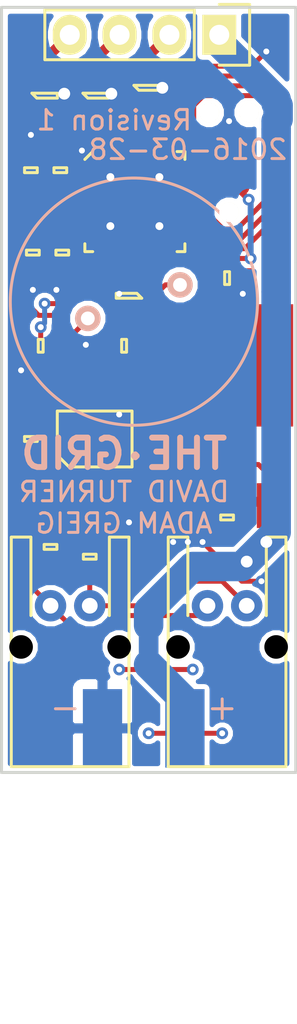
<source format=kicad_pcb>
(kicad_pcb (version 20171130) (host pcbnew "(5.1.12)-1")
  (layers (0 F.Cu signal) (31 B.Cu signal) (34 B.Paste user) (35 F.Paste user) (36 B.SilkS user) (37 F.SilkS user) (38 B.Mask user) (39 F.Mask user) (44 Edge.Cuts user))
  (net 0 "")
  (net 1 GND)
  (net 2 +3V3)
  (net 3 +12V)
  (net 4 /BUS)
  (net 5 /BUS_A)
  (net 6 /BUS_B)
  (net 7 /SWDIO)
  (net 8 /SWDCLK)
  (net 9 /DRIVE_R)
  (net 10 /DRIVE_G)
  (net 11 /DRIVE_B)
  (net 12 "Net-(Q4-Pad3)")
  (net 13 /PIEZO)
  (net 14 /LED_R)
  (net 15 /LED_G)
  (net 16 /LED_B)
  (net 17 "Net-(IC2-Pad4)")
  (net 18 "Net-(IC1-Pad3)")
  (module SOIC-8 (layer F.Cu) (at 120.75 98 90)
    (fp_text reference IC1 hide)
    (fp_text value LMx93 hide)
    (pad 1 smd rect (at -2.7 -1.905 90) (size 1.55 0.6) (layers F.Cu F.Paste F.Mask) (net 4 /BUS))
    (pad 2 smd rect (at -2.7 -0.635 90) (size 1.55 0.6) (layers F.Cu F.Paste F.Mask) (net 5 /BUS_A))
    (pad 3 smd rect (at -2.7 0.635 90) (size 1.55 0.6) (layers F.Cu F.Paste F.Mask) (net 18 "Net-(IC1-Pad3)"))
    (pad 4 smd rect (at -2.7 1.905 90) (size 1.55 0.6) (layers F.Cu F.Paste F.Mask) (net 1 GND))
    (pad 5 smd rect (at 2.7 1.905 90) (size 1.55 0.6) (layers F.Cu F.Paste F.Mask) (net 1 GND))
    (pad 6 smd rect (at 2.7 0.635 90) (size 1.55 0.6) (layers F.Cu F.Paste F.Mask) (net 1 GND))
    (pad 7 smd rect (at 2.7 -0.635 90) (size 1.55 0.6) (layers F.Cu F.Paste F.Mask))
    (pad 8 smd rect (at 2.7 -1.905 90) (size 1.55 0.6) (layers F.Cu F.Paste F.Mask) (net 2 +3V3))
  )
  (module agg:S02B-PASK-2 (layer F.Cu) (at 119.5 106.5 180)
    (fp_text reference P2 hide)
    (fp_text value BUS_IN hide)
    (pad "" np_thru_hole circle (at 2.5 -2.1 180) (size 1.2 1.2) (drill 1.2) (layers *.Mask))
    (pad "" np_thru_hole circle (at -2.5 -2.1 180) (size 1.2 1.2) (drill 1.2) (layers *.Mask))
    (pad 1 thru_hole circle (at 1 0 180) (size 1.6 1.6) (drill 0.8) (layers *.Cu *.Mask) (net 5 /BUS_A))
    (pad 2 thru_hole circle (at -1 0 180) (size 1.6 1.6) (drill 0.8) (layers *.Cu *.Mask) (net 6 /BUS_B))
  )
  (module thegrid:minipow_edge (layer B.Cu) (at 123.25 114.75 180)
    (fp_text reference P1 hide)
    (fp_text value POWER_IN hide)
    (pad 1 smd rect (at 2.1 2) (size 2 4) (layers B.Cu B.Mask) (net 1 GND))
    (pad 2 smd rect (at -2.1 2) (size 2 4) (layers B.Cu B.Mask) (net 3 +12V))
  )
  (module agg:0603 (layer F.Cu) (at 118 93.25)
    (fp_text reference C1 hide)
    (fp_text value 100n hide)
    (pad 1 smd rect (at -0.8 0) (size 0.95 1) (layers F.Cu F.Paste F.Mask) (net 1 GND))
    (pad 2 smd rect (at 0.8 0) (size 0.95 1) (layers F.Cu F.Paste F.Mask) (net 2 +3V3))
  )
  (module agg:0603 (layer F.Cu) (at 117.5 84.3 90)
    (fp_text reference C2 hide)
    (fp_text value 4u7 hide)
    (pad 1 smd rect (at -0.8 0 90) (size 0.95 1) (layers F.Cu F.Paste F.Mask) (net 2 +3V3))
    (pad 2 smd rect (at 0.8 0 90) (size 0.95 1) (layers F.Cu F.Paste F.Mask) (net 1 GND))
  )
  (module agg:0603 (layer F.Cu) (at 119 84.3 90)
    (fp_text reference C3 hide)
    (fp_text value 100n hide)
    (pad 1 smd rect (at -0.8 0 90) (size 0.95 1) (layers F.Cu F.Paste F.Mask) (net 2 +3V3))
    (pad 2 smd rect (at 0.8 0 90) (size 0.95 1) (layers F.Cu F.Paste F.Mask) (net 1 GND))
  )
  (module agg:0603 (layer F.Cu) (at 119.1 88.5 270)
    (fp_text reference C4 hide)
    (fp_text value 10n hide)
    (pad 1 smd rect (at -0.8 0 270) (size 0.95 1) (layers F.Cu F.Paste F.Mask) (net 2 +3V3))
    (pad 2 smd rect (at 0.8 0 270) (size 0.95 1) (layers F.Cu F.Paste F.Mask) (net 1 GND))
  )
  (module agg:0603 (layer F.Cu) (at 127.5 89.8)
    (fp_text reference C5 hide)
    (fp_text value 100n hide)
    (pad 1 smd rect (at -0.8 0) (size 0.95 1) (layers F.Cu F.Paste F.Mask) (net 2 +3V3))
    (pad 2 smd rect (at 0.8 0) (size 0.95 1) (layers F.Cu F.Paste F.Mask) (net 1 GND))
  )
  (module agg:0603 (layer F.Cu) (at 127.5 102 270)
    (fp_text reference C6 hide)
    (fp_text value 100n hide)
    (pad 1 smd rect (at -0.8 0 270) (size 0.95 1) (layers F.Cu F.Paste F.Mask) (net 3 +12V))
    (pad 2 smd rect (at 0.8 0 270) (size 0.95 1) (layers F.Cu F.Paste F.Mask) (net 1 GND))
  )
  (module agg:0603 (layer F.Cu) (at 122.25 93.25 180)
    (fp_text reference C7 hide)
    (fp_text value 10u hide)
    (pad 1 smd rect (at -0.8 0 180) (size 0.95 1) (layers F.Cu F.Paste F.Mask) (net 2 +3V3))
    (pad 2 smd rect (at 0.8 0 180) (size 0.95 1) (layers F.Cu F.Paste F.Mask) (net 1 GND))
  )
  (module agg:S02B-PASK-2 (layer F.Cu) (at 127.5 106.5 180)
    (fp_text reference P3 hide)
    (fp_text value BUS_OUT hide)
    (pad "" np_thru_hole circle (at 2.5 -2.1 180) (size 1.2 1.2) (drill 1.2) (layers *.Mask))
    (pad "" np_thru_hole circle (at -2.5 -2.1 180) (size 1.2 1.2) (drill 1.2) (layers *.Mask))
    (pad 1 thru_hole circle (at 1 0 180) (size 1.6 1.6) (drill 0.8) (layers *.Cu *.Mask) (net 5 /BUS_A))
    (pad 2 thru_hole circle (at -1 0 180) (size 1.6 1.6) (drill 0.8) (layers *.Cu *.Mask) (net 6 /BUS_B))
  )
  (module agg:TC2030-NL (layer F.Cu) (at 127.6 83.9 90)
    (fp_text reference P4 hide)
    (fp_text value SWD_TC hide)
    (pad 1 smd circle (at -1.27 0.64 90) (size 0.787 0.787) (layers F.Cu F.Mask) (net 2 +3V3))
    (pad 2 smd circle (at -1.27 -0.63 90) (size 0.787 0.787) (layers F.Cu F.Mask) (net 7 /SWDIO))
    (pad 3 smd circle (at 0 0.64 90) (size 0.787 0.787) (layers F.Cu F.Mask))
    (pad 4 smd circle (at 0 -0.63 90) (size 0.787 0.787) (layers F.Cu F.Mask) (net 8 /SWDCLK))
    (pad 5 smd circle (at 1.27 0.64 90) (size 0.787 0.787) (layers F.Cu F.Mask) (net 1 GND))
    (pad 6 smd circle (at 1.27 -0.63 90) (size 0.787 0.787) (layers F.Cu F.Mask))
    (pad "" np_thru_hole circle (at -2.54 0.005 90) (size 1 1) (drill 1) (layers *.Cu *.Mask F.SilkS))
    (pad "" np_thru_hole circle (at 2.54 1.021 90) (size 1 1) (drill 1) (layers *.Cu *.Mask F.SilkS))
    (pad "" np_thru_hole circle (at 2.54 -1.011 90) (size 1 1) (drill 1) (layers *.Cu *.Mask F.SilkS))
  )
  (module Pin_Headers:Pin_Header_Straight_1x04 (layer F.Cu) (at 127.1 77.4 270)
    (fp_text reference P5 hide)
    (fp_text value LEDs hide)
    (pad 1 thru_hole rect (at 0 0 270) (size 2.032 1.7272) (drill 1.016) (layers *.Cu *.Mask F.SilkS) (net 3 +12V))
    (pad 2 thru_hole oval (at 0 2.54 270) (size 2.032 1.7272) (drill 1.016) (layers *.Cu *.Mask F.SilkS) (net 9 /DRIVE_R))
    (pad 3 thru_hole oval (at 0 5.08 270) (size 2.032 1.7272) (drill 1.016) (layers *.Cu *.Mask F.SilkS) (net 10 /DRIVE_G))
    (pad 4 thru_hole oval (at 0 7.62 270) (size 2.032 1.7272) (drill 1.016) (layers *.Cu *.Mask F.SilkS) (net 11 /DRIVE_B))
  )
  (module agg:0603 (layer F.Cu) (at 117.5 98 270)
    (fp_text reference R1 hide)
    (fp_text value 10k hide)
    (pad 1 smd rect (at -0.8 0 270) (size 0.95 1) (layers F.Cu F.Paste F.Mask) (net 2 +3V3))
    (pad 2 smd rect (at 0.8 0 270) (size 0.95 1) (layers F.Cu F.Paste F.Mask) (net 4 /BUS))
  )
  (module thegrid:piezo (layer B.Cu) (at 122.75 91 20)
    (fp_text reference SP1 hide)
    (fp_text value SPEAKER hide)
    (pad 1 thru_hole circle (at -2.5 0 20) (size 1.3 1.3) (drill 0.7) (layers *.Cu *.Mask B.SilkS) (net 3 +12V))
    (pad 2 thru_hole circle (at 2.5 0 20) (size 1.3 1.3) (drill 0.7) (layers *.Cu *.Mask B.SilkS) (net 12 "Net-(Q4-Pad3)"))
  )
  (module thegrid:TO-252-3 (layer F.Cu) (at 127.5 94.25)
    (fp_text reference U1 hide)
    (fp_text value LD1117S33TR hide)
    (pad 2 smd rect (at 0 0) (size 6.74 6.23) (layers F.Cu F.Paste F.Mask) (net 2 +3V3))
    (pad 1 smd rect (at -2.28 7.145) (size 1.524 2.28) (layers F.Cu F.Paste F.Mask) (net 1 GND))
    (pad 3 smd rect (at 2.28 7.145) (size 1.524 2.28) (layers F.Cu F.Paste F.Mask) (net 3 +12V))
  )
  (module agg:QFN-32-EP-ST (layer F.Cu) (at 122.8 85.9)
    (fp_text reference IC2 hide)
    (fp_text value STM32F0xxKxUx hide)
    (pad 1 smd rect (at -2.35 -1.75) (size 0.6 0.3) (layers F.Cu F.Paste F.Mask) (net 2 +3V3))
    (pad 2 smd rect (at -2.35 -1.25) (size 0.6 0.3) (layers F.Cu F.Paste F.Mask))
    (pad 3 smd rect (at -2.35 -0.75) (size 0.6 0.3) (layers F.Cu F.Paste F.Mask))
    (pad 4 smd rect (at -2.35 -0.25) (size 0.6 0.3) (layers F.Cu F.Paste F.Mask) (net 17 "Net-(IC2-Pad4)"))
    (pad 5 smd rect (at -2.35 0.25) (size 0.6 0.3) (layers F.Cu F.Paste F.Mask) (net 2 +3V3))
    (pad 6 smd rect (at -2.35 0.75) (size 0.6 0.3) (layers F.Cu F.Paste F.Mask))
    (pad 7 smd rect (at -2.35 1.25) (size 0.6 0.3) (layers F.Cu F.Paste F.Mask))
    (pad 8 smd rect (at -2.35 1.75) (size 0.6 0.3) (layers F.Cu F.Paste F.Mask))
    (pad 9 smd rect (at -1.75 2.35) (size 0.3 0.6) (layers F.Cu F.Paste F.Mask) (net 4 /BUS))
    (pad 10 smd rect (at -1.25 2.35) (size 0.3 0.6) (layers F.Cu F.Paste F.Mask) (net 13 /PIEZO))
    (pad 11 smd rect (at -0.75 2.35) (size 0.3 0.6) (layers F.Cu F.Paste F.Mask))
    (pad 12 smd rect (at -0.25 2.35) (size 0.3 0.6) (layers F.Cu F.Paste F.Mask))
    (pad 13 smd rect (at 0.25 2.35) (size 0.3 0.6) (layers F.Cu F.Paste F.Mask))
    (pad 14 smd rect (at 0.75 2.35) (size 0.3 0.6) (layers F.Cu F.Paste F.Mask))
    (pad 15 smd rect (at 1.25 2.35) (size 0.3 0.6) (layers F.Cu F.Paste F.Mask))
    (pad 16 smd rect (at 1.75 2.35) (size 0.3 0.6) (layers F.Cu F.Paste F.Mask))
    (pad 17 smd rect (at 2.35 1.75) (size 0.6 0.3) (layers F.Cu F.Paste F.Mask) (net 2 +3V3))
    (pad 18 smd rect (at 2.35 1.25) (size 0.6 0.3) (layers F.Cu F.Paste F.Mask) (net 14 /LED_R))
    (pad 19 smd rect (at 2.35 0.75) (size 0.6 0.3) (layers F.Cu F.Paste F.Mask) (net 15 /LED_G))
    (pad 20 smd rect (at 2.35 0.25) (size 0.6 0.3) (layers F.Cu F.Paste F.Mask) (net 16 /LED_B))
    (pad 21 smd rect (at 2.35 -0.25) (size 0.6 0.3) (layers F.Cu F.Paste F.Mask))
    (pad 22 smd rect (at 2.35 -0.75) (size 0.6 0.3) (layers F.Cu F.Paste F.Mask))
    (pad 23 smd rect (at 2.35 -1.25) (size 0.6 0.3) (layers F.Cu F.Paste F.Mask) (net 7 /SWDIO))
    (pad 24 smd rect (at 2.35 -1.75) (size 0.6 0.3) (layers F.Cu F.Paste F.Mask) (net 8 /SWDCLK))
    (pad 25 smd rect (at 1.75 -2.35) (size 0.3 0.6) (layers F.Cu F.Paste F.Mask))
    (pad 26 smd rect (at 1.25 -2.35) (size 0.3 0.6) (layers F.Cu F.Paste F.Mask))
    (pad 27 smd rect (at 0.75 -2.35) (size 0.3 0.6) (layers F.Cu F.Paste F.Mask))
    (pad 28 smd rect (at 0.25 -2.35) (size 0.3 0.6) (layers F.Cu F.Paste F.Mask))
    (pad 29 smd rect (at -0.25 -2.35) (size 0.3 0.6) (layers F.Cu F.Paste F.Mask))
    (pad 30 smd rect (at -0.75 -2.35) (size 0.3 0.6) (layers F.Cu F.Paste F.Mask))
    (pad 31 smd rect (at -1.25 -2.35) (size 0.3 0.6) (layers F.Cu F.Paste F.Mask) (net 1 GND))
    (pad 32 smd rect (at -1.75 -2.35) (size 0.3 0.6) (layers F.Cu F.Paste F.Mask))
    (pad EP smd rect (at 0 0) (size 2 2) (layers F.Cu F.Mask) (net 1 GND))
    (pad EP smd rect (at 0 0) (size 1 1) (layers F.Cu F.Paste) (net 1 GND))
    (pad EP thru_hole circle (at -1.25 -1.25) (size 0.6 0.6) (drill 0.4) (layers *.Cu) (net 1 GND))
    (pad EP thru_hole circle (at -1.25 1.25) (size 0.6 0.6) (drill 0.4) (layers *.Cu) (net 1 GND))
    (pad EP thru_hole circle (at 1.25 -1.25) (size 0.6 0.6) (drill 0.4) (layers *.Cu) (net 1 GND))
    (pad EP thru_hole circle (at 1.25 1.25) (size 0.6 0.6) (drill 0.4) (layers *.Cu) (net 1 GND))
    (pad EP smd rect (at 0 0) (size 3.45 3.45) (layers F.Cu) (net 1 GND))
  )
  (module agg:SOT-323 (layer F.Cu) (at 123.4 80.1 90)
    (fp_text reference Q1 hide)
    (fp_text value MTM232270LBF hide)
    (pad 1 smd rect (at -1.05 -0.65 90) (size 0.85 0.55) (layers F.Cu F.Paste F.Mask) (net 14 /LED_R))
    (pad 2 smd rect (at -1.05 0.65 90) (size 0.85 0.55) (layers F.Cu F.Paste F.Mask) (net 1 GND))
    (pad 3 smd rect (at 1.05 0 90) (size 0.85 0.55) (layers F.Cu F.Paste F.Mask) (net 9 /DRIVE_R))
  )
  (module agg:SOT-323 (layer F.Cu) (at 120.8 80.5 90)
    (fp_text reference Q2 hide)
    (fp_text value MTM232270LBF hide)
    (pad 1 smd rect (at -1.05 -0.65 90) (size 0.85 0.55) (layers F.Cu F.Paste F.Mask) (net 15 /LED_G))
    (pad 2 smd rect (at -1.05 0.65 90) (size 0.85 0.55) (layers F.Cu F.Paste F.Mask) (net 1 GND))
    (pad 3 smd rect (at 1.05 0 90) (size 0.85 0.55) (layers F.Cu F.Paste F.Mask) (net 10 /DRIVE_G))
  )
  (module agg:SOT-323 (layer F.Cu) (at 118.2 80.5 90)
    (fp_text reference Q3 hide)
    (fp_text value MTM232270LBF hide)
    (pad 1 smd rect (at -1.05 -0.65 90) (size 0.85 0.55) (layers F.Cu F.Paste F.Mask) (net 16 /LED_B))
    (pad 2 smd rect (at -1.05 0.65 90) (size 0.85 0.55) (layers F.Cu F.Paste F.Mask) (net 1 GND))
    (pad 3 smd rect (at 1.05 0 90) (size 0.85 0.55) (layers F.Cu F.Paste F.Mask) (net 11 /DRIVE_B))
  )
  (module agg:SOT-323 (layer F.Cu) (at 122.5 90.7 270)
    (fp_text reference Q4 hide)
    (fp_text value MTM232270LBF hide)
    (pad 1 smd rect (at -1.05 -0.65 270) (size 0.85 0.55) (layers F.Cu F.Paste F.Mask) (net 13 /PIEZO))
    (pad 2 smd rect (at -1.05 0.65 270) (size 0.85 0.55) (layers F.Cu F.Paste F.Mask) (net 1 GND))
    (pad 3 smd rect (at 1.05 0 270) (size 0.85 0.55) (layers F.Cu F.Paste F.Mask) (net 12 "Net-(Q4-Pad3)"))
  )
  (module agg:0603 (layer F.Cu) (at 117.6 88.5 270)
    (fp_text reference C8 hide)
    (fp_text value 1u hide)
    (pad 1 smd rect (at -0.8 0 270) (size 0.95 1) (layers F.Cu F.Paste F.Mask) (net 2 +3V3))
    (pad 2 smd rect (at 0.8 0 270) (size 0.95 1) (layers F.Cu F.Paste F.Mask) (net 1 GND))
  )
  (module agg:TESTPAD (layer F.Cu) (at 117.5 86.4)
    (fp_text reference TP1 hide)
    (fp_text value RST hide)
    (pad 1 smd circle (at 0 0) (size 1 1) (layers F.Cu F.Mask) (net 17 "Net-(IC2-Pad4)"))
  )
  (module agg:0603 (layer F.Cu) (at 120.5 104 270)
    (fp_text reference R2 hide)
    (fp_text value 10k hide)
    (pad 1 smd rect (at -0.8 0 270) (size 0.95 1) (layers F.Cu F.Paste F.Mask) (net 18 "Net-(IC1-Pad3)"))
    (pad 2 smd rect (at 0.8 0 270) (size 0.95 1) (layers F.Cu F.Paste F.Mask) (net 6 /BUS_B))
  )
  (module agg:0603 (layer F.Cu) (at 118.5 103.5 270)
    (fp_text reference R3 hide)
    (fp_text value 1M hide)
    (pad 1 smd rect (at -0.8 0 270) (size 0.95 1) (layers F.Cu F.Paste F.Mask) (net 4 /BUS))
    (pad 2 smd rect (at 0.8 0 270) (size 0.95 1) (layers F.Cu F.Paste F.Mask) (net 18 "Net-(IC1-Pad3)"))
  )
  (module SOIC-8 (layer F.Cu) (at 120.75 98 90)
    (fp_text reference IC1 hide)
    (fp_text value LMx93 hide)
    (pad 1 smd rect (at -2.7 -1.905 90) (size 1.55 0.6) (layers F.Cu F.Paste F.Mask) (net 4 /BUS))
    (pad 2 smd rect (at -2.7 -0.635 90) (size 1.55 0.6) (layers F.Cu F.Paste F.Mask) (net 5 /BUS_A))
    (pad 3 smd rect (at -2.7 0.635 90) (size 1.55 0.6) (layers F.Cu F.Paste F.Mask) (net 18 "Net-(IC1-Pad3)"))
    (pad 4 smd rect (at -2.7 1.905 90) (size 1.55 0.6) (layers F.Cu F.Paste F.Mask) (net 1 GND))
    (pad 5 smd rect (at 2.7 1.905 90) (size 1.55 0.6) (layers F.Cu F.Paste F.Mask) (net 1 GND))
    (pad 6 smd rect (at 2.7 0.635 90) (size 1.55 0.6) (layers F.Cu F.Paste F.Mask) (net 1 GND))
    (pad 7 smd rect (at 2.7 -0.635 90) (size 1.55 0.6) (layers F.Cu F.Paste F.Mask))
    (pad 8 smd rect (at 2.7 -1.905 90) (size 1.55 0.6) (layers F.Cu F.Paste F.Mask) (net 2 +3V3))
  )
  (module agg:S02B-PASK-2 (layer F.Cu) (at 119.5 106.5 180)
    (fp_text reference P2 hide)
    (fp_text value BUS_IN hide)
    (pad "" np_thru_hole circle (at 2.5 -2.1 180) (size 1.2 1.2) (drill 1.2) (layers *.Mask))
    (pad "" np_thru_hole circle (at -2.5 -2.1 180) (size 1.2 1.2) (drill 1.2) (layers *.Mask))
    (pad 1 thru_hole circle (at 1 0 180) (size 1.6 1.6) (drill 0.8) (layers *.Cu *.Mask) (net 5 /BUS_A))
    (pad 2 thru_hole circle (at -1 0 180) (size 1.6 1.6) (drill 0.8) (layers *.Cu *.Mask) (net 6 /BUS_B))
  )
  (module thegrid:minipow_edge (layer B.Cu) (at 123.25 114.75 180)
    (fp_text reference P1 hide)
    (fp_text value POWER_IN hide)
    (pad 1 smd rect (at 2.1 2) (size 2 4) (layers B.Cu B.Mask) (net 1 GND))
    (pad 2 smd rect (at -2.1 2) (size 2 4) (layers B.Cu B.Mask) (net 3 +12V))
  )
  (module agg:0603 (layer F.Cu) (at 118 93.25)
    (fp_text reference C1 hide)
    (fp_text value 100n hide)
    (pad 1 smd rect (at -0.8 0) (size 0.95 1) (layers F.Cu F.Paste F.Mask) (net 1 GND))
    (pad 2 smd rect (at 0.8 0) (size 0.95 1) (layers F.Cu F.Paste F.Mask) (net 2 +3V3))
  )
  (module agg:0603 (layer F.Cu) (at 117.5 84.3 90)
    (fp_text reference C2 hide)
    (fp_text value 4u7 hide)
    (pad 1 smd rect (at -0.8 0 90) (size 0.95 1) (layers F.Cu F.Paste F.Mask) (net 2 +3V3))
    (pad 2 smd rect (at 0.8 0 90) (size 0.95 1) (layers F.Cu F.Paste F.Mask) (net 1 GND))
  )
  (module agg:0603 (layer F.Cu) (at 119 84.3 90)
    (fp_text reference C3 hide)
    (fp_text value 100n hide)
    (pad 1 smd rect (at -0.8 0 90) (size 0.95 1) (layers F.Cu F.Paste F.Mask) (net 2 +3V3))
    (pad 2 smd rect (at 0.8 0 90) (size 0.95 1) (layers F.Cu F.Paste F.Mask) (net 1 GND))
  )
  (module agg:0603 (layer F.Cu) (at 119.1 88.5 270)
    (fp_text reference C4 hide)
    (fp_text value 10n hide)
    (pad 1 smd rect (at -0.8 0 270) (size 0.95 1) (layers F.Cu F.Paste F.Mask) (net 2 +3V3))
    (pad 2 smd rect (at 0.8 0 270) (size 0.95 1) (layers F.Cu F.Paste F.Mask) (net 1 GND))
  )
  (module agg:0603 (layer F.Cu) (at 127.5 89.8)
    (fp_text reference C5 hide)
    (fp_text value 100n hide)
    (pad 1 smd rect (at -0.8 0) (size 0.95 1) (layers F.Cu F.Paste F.Mask) (net 2 +3V3))
    (pad 2 smd rect (at 0.8 0) (size 0.95 1) (layers F.Cu F.Paste F.Mask) (net 1 GND))
  )
  (module agg:0603 (layer F.Cu) (at 127.5 102 270)
    (fp_text reference C6 hide)
    (fp_text value 100n hide)
    (pad 1 smd rect (at -0.8 0 270) (size 0.95 1) (layers F.Cu F.Paste F.Mask) (net 3 +12V))
    (pad 2 smd rect (at 0.8 0 270) (size 0.95 1) (layers F.Cu F.Paste F.Mask) (net 1 GND))
  )
  (module agg:0603 (layer F.Cu) (at 122.25 93.25 180)
    (fp_text reference C7 hide)
    (fp_text value 10u hide)
    (pad 1 smd rect (at -0.8 0 180) (size 0.95 1) (layers F.Cu F.Paste F.Mask) (net 2 +3V3))
    (pad 2 smd rect (at 0.8 0 180) (size 0.95 1) (layers F.Cu F.Paste F.Mask) (net 1 GND))
  )
  (module agg:S02B-PASK-2 (layer F.Cu) (at 127.5 106.5 180)
    (fp_text reference P3 hide)
    (fp_text value BUS_OUT hide)
    (pad "" np_thru_hole circle (at 2.5 -2.1 180) (size 1.2 1.2) (drill 1.2) (layers *.Mask))
    (pad "" np_thru_hole circle (at -2.5 -2.1 180) (size 1.2 1.2) (drill 1.2) (layers *.Mask))
    (pad 1 thru_hole circle (at 1 0 180) (size 1.6 1.6) (drill 0.8) (layers *.Cu *.Mask) (net 5 /BUS_A))
    (pad 2 thru_hole circle (at -1 0 180) (size 1.6 1.6) (drill 0.8) (layers *.Cu *.Mask) (net 6 /BUS_B))
  )
  (module agg:TC2030-NL (layer F.Cu) (at 127.6 83.9 90)
    (fp_text reference P4 hide)
    (fp_text value SWD_TC hide)
    (pad 1 smd circle (at -1.27 0.64 90) (size 0.787 0.787) (layers F.Cu F.Mask) (net 2 +3V3))
    (pad 2 smd circle (at -1.27 -0.63 90) (size 0.787 0.787) (layers F.Cu F.Mask) (net 7 /SWDIO))
    (pad 3 smd circle (at 0 0.64 90) (size 0.787 0.787) (layers F.Cu F.Mask))
    (pad 4 smd circle (at 0 -0.63 90) (size 0.787 0.787) (layers F.Cu F.Mask) (net 8 /SWDCLK))
    (pad 5 smd circle (at 1.27 0.64 90) (size 0.787 0.787) (layers F.Cu F.Mask) (net 1 GND))
    (pad 6 smd circle (at 1.27 -0.63 90) (size 0.787 0.787) (layers F.Cu F.Mask))
    (pad "" np_thru_hole circle (at -2.54 0.005 90) (size 1 1) (drill 1) (layers *.Cu *.Mask F.SilkS))
    (pad "" np_thru_hole circle (at 2.54 1.021 90) (size 1 1) (drill 1) (layers *.Cu *.Mask F.SilkS))
    (pad "" np_thru_hole circle (at 2.54 -1.011 90) (size 1 1) (drill 1) (layers *.Cu *.Mask F.SilkS))
  )
  (module Pin_Headers:Pin_Header_Straight_1x04 (layer F.Cu) (at 127.1 77.4 270)
    (fp_text reference P5 hide)
    (fp_text value LEDs hide)
    (pad 1 thru_hole rect (at 0 0 270) (size 2.032 1.7272) (drill 1.016) (layers *.Cu *.Mask F.SilkS) (net 3 +12V))
    (pad 2 thru_hole oval (at 0 2.54 270) (size 2.032 1.7272) (drill 1.016) (layers *.Cu *.Mask F.SilkS) (net 9 /DRIVE_R))
    (pad 3 thru_hole oval (at 0 5.08 270) (size 2.032 1.7272) (drill 1.016) (layers *.Cu *.Mask F.SilkS) (net 10 /DRIVE_G))
    (pad 4 thru_hole oval (at 0 7.62 270) (size 2.032 1.7272) (drill 1.016) (layers *.Cu *.Mask F.SilkS) (net 11 /DRIVE_B))
  )
  (module agg:0603 (layer F.Cu) (at 117.5 98 270)
    (fp_text reference R1 hide)
    (fp_text value 10k hide)
    (pad 1 smd rect (at -0.8 0 270) (size 0.95 1) (layers F.Cu F.Paste F.Mask) (net 2 +3V3))
    (pad 2 smd rect (at 0.8 0 270) (size 0.95 1) (layers F.Cu F.Paste F.Mask) (net 4 /BUS))
  )
  (module thegrid:piezo (layer B.Cu) (at 122.75 91 20)
    (fp_text reference SP1 hide)
    (fp_text value SPEAKER hide)
    (pad 1 thru_hole circle (at -2.5 0 20) (size 1.3 1.3) (drill 0.7) (layers *.Cu *.Mask B.SilkS) (net 3 +12V))
    (pad 2 thru_hole circle (at 2.5 0 20) (size 1.3 1.3) (drill 0.7) (layers *.Cu *.Mask B.SilkS) (net 12 "Net-(Q4-Pad3)"))
  )
  (module thegrid:TO-252-3 (layer F.Cu) (at 127.5 94.25)
    (fp_text reference U1 hide)
    (fp_text value LD1117S33TR hide)
    (pad 2 smd rect (at 0 0) (size 6.74 6.23) (layers F.Cu F.Paste F.Mask) (net 2 +3V3))
    (pad 1 smd rect (at -2.28 7.145) (size 1.524 2.28) (layers F.Cu F.Paste F.Mask) (net 1 GND))
    (pad 3 smd rect (at 2.28 7.145) (size 1.524 2.28) (layers F.Cu F.Paste F.Mask) (net 3 +12V))
  )
  (module agg:QFN-32-EP-ST (layer F.Cu) (at 122.8 85.9)
    (fp_text reference IC2 hide)
    (fp_text value STM32F0xxKxUx hide)
    (pad 1 smd rect (at -2.35 -1.75) (size 0.6 0.3) (layers F.Cu F.Paste F.Mask) (net 2 +3V3))
    (pad 2 smd rect (at -2.35 -1.25) (size 0.6 0.3) (layers F.Cu F.Paste F.Mask))
    (pad 3 smd rect (at -2.35 -0.75) (size 0.6 0.3) (layers F.Cu F.Paste F.Mask))
    (pad 4 smd rect (at -2.35 -0.25) (size 0.6 0.3) (layers F.Cu F.Paste F.Mask) (net 17 "Net-(IC2-Pad4)"))
    (pad 5 smd rect (at -2.35 0.25) (size 0.6 0.3) (layers F.Cu F.Paste F.Mask) (net 2 +3V3))
    (pad 6 smd rect (at -2.35 0.75) (size 0.6 0.3) (layers F.Cu F.Paste F.Mask))
    (pad 7 smd rect (at -2.35 1.25) (size 0.6 0.3) (layers F.Cu F.Paste F.Mask))
    (pad 8 smd rect (at -2.35 1.75) (size 0.6 0.3) (layers F.Cu F.Paste F.Mask))
    (pad 9 smd rect (at -1.75 2.35) (size 0.3 0.6) (layers F.Cu F.Paste F.Mask) (net 4 /BUS))
    (pad 10 smd rect (at -1.25 2.35) (size 0.3 0.6) (layers F.Cu F.Paste F.Mask) (net 13 /PIEZO))
    (pad 11 smd rect (at -0.75 2.35) (size 0.3 0.6) (layers F.Cu F.Paste F.Mask))
    (pad 12 smd rect (at -0.25 2.35) (size 0.3 0.6) (layers F.Cu F.Paste F.Mask))
    (pad 13 smd rect (at 0.25 2.35) (size 0.3 0.6) (layers F.Cu F.Paste F.Mask))
    (pad 14 smd rect (at 0.75 2.35) (size 0.3 0.6) (layers F.Cu F.Paste F.Mask))
    (pad 15 smd rect (at 1.25 2.35) (size 0.3 0.6) (layers F.Cu F.Paste F.Mask))
    (pad 16 smd rect (at 1.75 2.35) (size 0.3 0.6) (layers F.Cu F.Paste F.Mask))
    (pad 17 smd rect (at 2.35 1.75) (size 0.6 0.3) (layers F.Cu F.Paste F.Mask) (net 2 +3V3))
    (pad 18 smd rect (at 2.35 1.25) (size 0.6 0.3) (layers F.Cu F.Paste F.Mask) (net 14 /LED_R))
    (pad 19 smd rect (at 2.35 0.75) (size 0.6 0.3) (layers F.Cu F.Paste F.Mask) (net 15 /LED_G))
    (pad 20 smd rect (at 2.35 0.25) (size 0.6 0.3) (layers F.Cu F.Paste F.Mask) (net 16 /LED_B))
    (pad 21 smd rect (at 2.35 -0.25) (size 0.6 0.3) (layers F.Cu F.Paste F.Mask))
    (pad 22 smd rect (at 2.35 -0.75) (size 0.6 0.3) (layers F.Cu F.Paste F.Mask))
    (pad 23 smd rect (at 2.35 -1.25) (size 0.6 0.3) (layers F.Cu F.Paste F.Mask) (net 7 /SWDIO))
    (pad 24 smd rect (at 2.35 -1.75) (size 0.6 0.3) (layers F.Cu F.Paste F.Mask) (net 8 /SWDCLK))
    (pad 25 smd rect (at 1.75 -2.35) (size 0.3 0.6) (layers F.Cu F.Paste F.Mask))
    (pad 26 smd rect (at 1.25 -2.35) (size 0.3 0.6) (layers F.Cu F.Paste F.Mask))
    (pad 27 smd rect (at 0.75 -2.35) (size 0.3 0.6) (layers F.Cu F.Paste F.Mask))
    (pad 28 smd rect (at 0.25 -2.35) (size 0.3 0.6) (layers F.Cu F.Paste F.Mask))
    (pad 29 smd rect (at -0.25 -2.35) (size 0.3 0.6) (layers F.Cu F.Paste F.Mask))
    (pad 30 smd rect (at -0.75 -2.35) (size 0.3 0.6) (layers F.Cu F.Paste F.Mask))
    (pad 31 smd rect (at -1.25 -2.35) (size 0.3 0.6) (layers F.Cu F.Paste F.Mask) (net 1 GND))
    (pad 32 smd rect (at -1.75 -2.35) (size 0.3 0.6) (layers F.Cu F.Paste F.Mask))
    (pad EP smd rect (at 0 0) (size 2 2) (layers F.Cu F.Mask) (net 1 GND))
    (pad EP smd rect (at 0 0) (size 1 1) (layers F.Cu F.Paste) (net 1 GND))
    (pad EP thru_hole circle (at -1.25 -1.25) (size 0.6 0.6) (drill 0.4) (layers *.Cu) (net 1 GND))
    (pad EP thru_hole circle (at -1.25 1.25) (size 0.6 0.6) (drill 0.4) (layers *.Cu) (net 1 GND))
    (pad EP thru_hole circle (at 1.25 -1.25) (size 0.6 0.6) (drill 0.4) (layers *.Cu) (net 1 GND))
    (pad EP thru_hole circle (at 1.25 1.25) (size 0.6 0.6) (drill 0.4) (layers *.Cu) (net 1 GND))
    (pad EP smd rect (at 0 0) (size 3.45 3.45) (layers F.Cu) (net 1 GND))
  )
  (module agg:SOT-323 (layer F.Cu) (at 123.4 80.1 90)
    (fp_text reference Q1 hide)
    (fp_text value MTM232270LBF hide)
    (pad 1 smd rect (at -1.05 -0.65 90) (size 0.85 0.55) (layers F.Cu F.Paste F.Mask) (net 14 /LED_R))
    (pad 2 smd rect (at -1.05 0.65 90) (size 0.85 0.55) (layers F.Cu F.Paste F.Mask) (net 1 GND))
    (pad 3 smd rect (at 1.05 0 90) (size 0.85 0.55) (layers F.Cu F.Paste F.Mask) (net 9 /DRIVE_R))
  )
  (module agg:SOT-323 (layer F.Cu) (at 120.8 80.5 90)
    (fp_text reference Q2 hide)
    (fp_text value MTM232270LBF hide)
    (pad 1 smd rect (at -1.05 -0.65 90) (size 0.85 0.55) (layers F.Cu F.Paste F.Mask) (net 15 /LED_G))
    (pad 2 smd rect (at -1.05 0.65 90) (size 0.85 0.55) (layers F.Cu F.Paste F.Mask) (net 1 GND))
    (pad 3 smd rect (at 1.05 0 90) (size 0.85 0.55) (layers F.Cu F.Paste F.Mask) (net 10 /DRIVE_G))
  )
  (module agg:SOT-323 (layer F.Cu) (at 118.2 80.5 90)
    (fp_text reference Q3 hide)
    (fp_text value MTM232270LBF hide)
    (pad 1 smd rect (at -1.05 -0.65 90) (size 0.85 0.55) (layers F.Cu F.Paste F.Mask) (net 16 /LED_B))
    (pad 2 smd rect (at -1.05 0.65 90) (size 0.85 0.55) (layers F.Cu F.Paste F.Mask) (net 1 GND))
    (pad 3 smd rect (at 1.05 0 90) (size 0.85 0.55) (layers F.Cu F.Paste F.Mask) (net 11 /DRIVE_B))
  )
  (module agg:SOT-323 (layer F.Cu) (at 122.5 90.7 270)
    (fp_text reference Q4 hide)
    (fp_text value MTM232270LBF hide)
    (pad 1 smd rect (at -1.05 -0.65 270) (size 0.85 0.55) (layers F.Cu F.Paste F.Mask) (net 13 /PIEZO))
    (pad 2 smd rect (at -1.05 0.65 270) (size 0.85 0.55) (layers F.Cu F.Paste F.Mask) (net 1 GND))
    (pad 3 smd rect (at 1.05 0 270) (size 0.85 0.55) (layers F.Cu F.Paste F.Mask) (net 12 "Net-(Q4-Pad3)"))
  )
  (module agg:0603 (layer F.Cu) (at 117.6 88.5 270)
    (fp_text reference C8 hide)
    (fp_text value 1u hide)
    (pad 1 smd rect (at -0.8 0 270) (size 0.95 1) (layers F.Cu F.Paste F.Mask) (net 2 +3V3))
    (pad 2 smd rect (at 0.8 0 270) (size 0.95 1) (layers F.Cu F.Paste F.Mask) (net 1 GND))
  )
  (module agg:TESTPAD (layer F.Cu) (at 117.5 86.4)
    (fp_text reference TP1 hide)
    (fp_text value RST hide)
    (pad 1 smd circle (at 0 0) (size 1 1) (layers F.Cu F.Mask) (net 17 "Net-(IC2-Pad4)"))
  )
  (module agg:0603 (layer F.Cu) (at 120.5 104 270)
    (fp_text reference R2 hide)
    (fp_text value 10k hide)
    (pad 1 smd rect (at -0.8 0 270) (size 0.95 1) (layers F.Cu F.Paste F.Mask) (net 18 "Net-(IC1-Pad3)"))
    (pad 2 smd rect (at 0.8 0 270) (size 0.95 1) (layers F.Cu F.Paste F.Mask) (net 6 /BUS_B))
  )
  (module agg:0603 (layer F.Cu) (at 118.5 103.5 270)
    (fp_text reference R3 hide)
    (fp_text value 1M hide)
    (pad 1 smd rect (at -0.8 0 270) (size 0.95 1) (layers F.Cu F.Paste F.Mask) (net 4 /BUS))
    (pad 2 smd rect (at 0.8 0 270) (size 0.95 1) (layers F.Cu F.Paste F.Mask) (net 18 "Net-(IC1-Pad3)"))
  )
  (gr_line (start 131 103) (end 131 89) (angle 90) (layer Edge.Cuts) (width 0.15))
  (gr_line (start 131 115) (end 131 103) (angle 90) (layer Edge.Cuts) (width 0.15))
  (gr_line (start 131 76) (end 131 89) (angle 90) (layer Edge.Cuts) (width 0.15))
  (gr_text "Revision 1" (at 121.75 81.75) (layer B.SilkS) (effects (font (size 1 1)) (justify mirror)))
  (gr_text 2016-03-28 (at 125.5 83.25) (layer B.SilkS) (effects (font (size 1 1)) (justify mirror)))
  (gr_text "DAVID TURNER\nADAM GREIG" (at 122.25 101.5) (layer B.SilkS) (effects (font (size 1 1)) (justify mirror)))
  (gr_text THE·GRID (at 122.25 98.75) (layer B.SilkS) (effects (font (size 1.5 1.5) (thickness 0.3)) (justify mirror)))
  (gr_line (start 116 76) (end 116 115) (angle 90) (layer Edge.Cuts) (width 0.15))
  (gr_line (start 116 76) (end 131 76) (angle 90) (layer Edge.Cuts) (width 0.15))
  (gr_line (start 131 115) (end 116 115) (angle 90) (layer Edge.Cuts) (width 0.15))
  (gr_text "Revision 1" (at 121.75 81.75) (layer B.SilkS) (effects (font (size 1 1)) (justify mirror)))
  (gr_text 2016-03-28 (at 125.5 83.25) (layer B.SilkS) (effects (font (size 1 1)) (justify mirror)))
  (gr_text "DAVID TURNER\nADAM GREIG" (at 122.25 101.5) (layer B.SilkS) (effects (font (size 1 1)) (justify mirror)))
  (gr_text THE·GRID (at 122.25 98.75) (layer B.SilkS) (effects (font (size 1.5 1.5) (thickness 0.3)) (justify mirror)))
  (gr_line (start 116 76) (end 116 115) (angle 90) (layer Edge.Cuts) (width 0.15))
  (gr_line (start 116 76) (end 131 76) (angle 90) (layer Edge.Cuts) (width 0.15))
  (gr_line (start 131 115) (end 116 115) (angle 90) (layer Edge.Cuts) (width 0.15))
  (via (at 122 109.75) (size 0.6) (drill 0.3) (layers F.Cu B.Cu) (net 0))
  (via (at 125.75 109.75) (size 0.6) (drill 0.3) (layers F.Cu B.Cu) (net 0))
  (segment (start 122 109.75) (end 125.75 109.75) (width 0.25) (layer F.Cu) (net 0))
  (via (at 123.5 113) (size 0.6) (drill 0.3) (layers F.Cu B.Cu) (net 0))
  (via (at 127.25 113) (size 0.6) (drill 0.3) (layers F.Cu B.Cu) (net 0))
  (segment (start 123.5 113) (end 127.25 113) (width 0.25) (layer F.Cu) (net 0))
  (via (at 122 109.75) (size 0.6) (drill 0.3) (layers F.Cu B.Cu) (net 0))
  (via (at 125.75 109.75) (size 0.6) (drill 0.3) (layers F.Cu B.Cu) (net 0))
  (segment (start 122 109.75) (end 125.75 109.75) (width 0.25) (layer F.Cu) (net 0))
  (via (at 123.5 113) (size 0.6) (drill 0.3) (layers F.Cu B.Cu) (net 0))
  (via (at 127.25 113) (size 0.6) (drill 0.3) (layers F.Cu B.Cu) (net 0))
  (segment (start 123.5 113) (end 127.25 113) (width 0.25) (layer F.Cu) (net 0))
  (segment (start 124.2 80.1) (end 124.4 80.1) (width 0.25) (layer F.Cu) (net 1))
  (segment (start 124.05 80.25) (end 124.2 80.1) (width 0.5) (layer F.Cu) (net 1))
  (via (at 124.2 80.1) (size 1) (drill 0.6) (layers F.Cu B.Cu) (net 1))
  (segment (start 124.05 81.15) (end 124.05 80.25) (width 0.5) (layer F.Cu) (net 1))
  (via (at 129.5 78.25) (size 0.6) (drill 0.3) (layers F.Cu B.Cu) (net 1))
  (segment (start 128.75 79) (end 129.5 78.25) (width 0.25) (layer F.Cu) (net 1))
  (segment (start 125.5 79) (end 128.75 79) (width 0.25) (layer F.Cu) (net 1))
  (segment (start 124.4 80.1) (end 125.5 79) (width 0.25) (layer F.Cu) (net 1))
  (segment (start 126.25 103.25) (end 128.25 105.25) (width 0.25) (layer F.Cu) (net 1))
  (via (at 126.25 103.25) (size 0.6) (drill 0.3) (layers F.Cu B.Cu) (net 1))
  (via (at 129.25 105.25) (size 0.6) (drill 0.3) (layers F.Cu B.Cu) (net 1))
  (segment (start 128.25 105.25) (end 129.25 105.25) (width 0.25) (layer F.Cu) (net 1))
  (segment (start 121.55 83.55) (end 121.55 84.65) (width 0.25) (layer F.Cu) (net 1))
  (segment (start 127.5 102.8) (end 126.7 102.8) (width 0.5) (layer F.Cu) (net 1))
  (segment (start 126.25 103.25) (end 125.5 103.25) (width 0.3) (layer F.Cu) (net 1))
  (via (at 125.5 103.25) (size 0.6) (drill 0.3) (layers F.Cu B.Cu) (net 1))
  (segment (start 126.7 102.8) (end 126.25 103.25) (width 0.5) (layer F.Cu) (net 1))
  (segment (start 121.45 81.55) (end 121.45 80.55) (width 0.5) (layer F.Cu) (net 1))
  (via (at 121.6 80.4) (size 1) (drill 0.6) (layers F.Cu B.Cu) (net 1))
  (segment (start 121.45 80.55) (end 121.6 80.4) (width 0.5) (layer F.Cu) (net 1))
  (segment (start 118.85 81.55) (end 118.85 80.75) (width 0.5) (layer F.Cu) (net 1))
  (via (at 119.2 80.4) (size 1) (drill 0.6) (layers F.Cu B.Cu) (net 1))
  (segment (start 118.85 80.75) (end 119.2 80.4) (width 0.5) (layer F.Cu) (net 1))
  (segment (start 119 83.5) (end 119.9 83.5) (width 0.25) (layer F.Cu) (net 1))
  (via (at 120.1 83.3) (size 0.6) (drill 0.3) (layers F.Cu B.Cu) (net 1))
  (segment (start 119.9 83.5) (end 120.1 83.3) (width 0.25) (layer F.Cu) (net 1))
  (segment (start 128.24 82.63) (end 128.24 82.44) (width 0.25) (layer F.Cu) (net 1))
  (segment (start 128.24 82.44) (end 127.6 81.8) (width 0.25) (layer F.Cu) (net 1))
  (via (at 127.6 81.8) (size 0.6) (drill 0.3) (layers F.Cu B.Cu) (net 1))
  (segment (start 128.3 89.8) (end 128.3 90.6) (width 0.25) (layer F.Cu) (net 1))
  (via (at 128.3 90.6) (size 0.6) (drill 0.3) (layers F.Cu B.Cu) (net 1))
  (segment (start 119.1 89.3) (end 119.1 90.1) (width 0.25) (layer F.Cu) (net 1))
  (via (at 118.8 90.4) (size 0.6) (drill 0.3) (layers F.Cu B.Cu) (net 1))
  (segment (start 119.1 90.1) (end 118.8 90.4) (width 0.25) (layer F.Cu) (net 1))
  (segment (start 121.85 89.65) (end 121.85 90.45) (width 0.25) (layer F.Cu) (net 1))
  (via (at 122 90.6) (size 0.6) (drill 0.3) (layers F.Cu B.Cu) (net 1))
  (segment (start 121.85 90.45) (end 122 90.6) (width 0.25) (layer F.Cu) (net 1))
  (segment (start 117.5 83.5) (end 117.5 82.5) (width 0.25) (layer F.Cu) (net 1))
  (via (at 117.5 82.5) (size 0.6) (drill 0.3) (layers F.Cu B.Cu) (net 1))
  (segment (start 117.6 89.3) (end 117.6 90.4) (width 0.25) (layer F.Cu) (net 1))
  (via (at 117.6 90.4) (size 0.6) (drill 0.3) (layers F.Cu B.Cu) (net 1))
  (segment (start 121.45 93.25) (end 120.35 93.25) (width 0.25) (layer F.Cu) (net 1))
  (via (at 120.3 93.2) (size 0.6) (drill 0.3) (layers F.Cu B.Cu) (net 1))
  (segment (start 120.35 93.25) (end 120.3 93.2) (width 0.25) (layer F.Cu) (net 1))
  (segment (start 117.2 93.25) (end 117.2 94.3) (width 0.25) (layer F.Cu) (net 1))
  (via (at 117 94.5) (size 0.6) (drill 0.3) (layers F.Cu B.Cu) (net 1))
  (segment (start 117.2 94.3) (end 117 94.5) (width 0.25) (layer F.Cu) (net 1))
  (segment (start 121.385 94.885) (end 121.385 95.3) (width 0.25) (layer F.Cu) (net 1))
  (segment (start 125.22 101.395) (end 125.22 102.97) (width 0.5) (layer F.Cu) (net 1))
  (segment (start 125.22 102.97) (end 125.5 103.25) (width 0.5) (layer F.Cu) (net 1))
  (segment (start 124.75 103.25) (end 125.5 103.25) (width 0.3) (layer F.Cu) (net 1))
  (via (at 124.75 103.25) (size 0.6) (drill 0.3) (layers F.Cu B.Cu) (net 1))
  (segment (start 122.655 95.3) (end 122.655 96.595) (width 0.25) (layer F.Cu) (net 1))
  (segment (start 121.385 96.385) (end 121.75 96.75) (width 0.25) (layer F.Cu) (net 1))
  (segment (start 121.75 96.75) (end 122 96.75) (width 0.25) (layer F.Cu) (net 1))
  (via (at 122 96.75) (size 0.6) (drill 0.3) (layers F.Cu B.Cu) (net 1))
  (segment (start 121.385 96.385) (end 121.385 95.3) (width 0.25) (layer F.Cu) (net 1))
  (segment (start 122.5 96.75) (end 122 96.75) (width 0.25) (layer F.Cu) (net 1))
  (segment (start 122.655 96.595) (end 122.5 96.75) (width 0.25) (layer F.Cu) (net 1))
  (segment (start 122.655 100.7) (end 122.655 102.095) (width 0.25) (layer F.Cu) (net 1))
  (via (at 122.5 102.25) (size 0.6) (drill 0.3) (layers F.Cu B.Cu) (net 1))
  (segment (start 122.655 102.095) (end 122.5 102.25) (width 0.25) (layer F.Cu) (net 1))
  (segment (start 124.2 80.1) (end 124.4 80.1) (width 0.25) (layer F.Cu) (net 1))
  (segment (start 124.05 80.25) (end 124.2 80.1) (width 0.5) (layer F.Cu) (net 1))
  (via (at 124.2 80.1) (size 1) (drill 0.6) (layers F.Cu B.Cu) (net 1))
  (segment (start 124.05 81.15) (end 124.05 80.25) (width 0.5) (layer F.Cu) (net 1))
  (via (at 129.5 78.25) (size 0.6) (drill 0.3) (layers F.Cu B.Cu) (net 1))
  (segment (start 128.75 79) (end 129.5 78.25) (width 0.25) (layer F.Cu) (net 1))
  (segment (start 125.5 79) (end 128.75 79) (width 0.25) (layer F.Cu) (net 1))
  (segment (start 124.4 80.1) (end 125.5 79) (width 0.25) (layer F.Cu) (net 1))
  (segment (start 126.25 103.25) (end 128.25 105.25) (width 0.25) (layer F.Cu) (net 1))
  (via (at 126.25 103.25) (size 0.6) (drill 0.3) (layers F.Cu B.Cu) (net 1))
  (via (at 129.25 105.25) (size 0.6) (drill 0.3) (layers F.Cu B.Cu) (net 1))
  (segment (start 128.25 105.25) (end 129.25 105.25) (width 0.25) (layer F.Cu) (net 1))
  (segment (start 121.55 83.55) (end 121.55 84.65) (width 0.25) (layer F.Cu) (net 1))
  (segment (start 127.5 102.8) (end 126.7 102.8) (width 0.5) (layer F.Cu) (net 1))
  (segment (start 126.25 103.25) (end 125.5 103.25) (width 0.3) (layer F.Cu) (net 1))
  (via (at 125.5 103.25) (size 0.6) (drill 0.3) (layers F.Cu B.Cu) (net 1))
  (segment (start 126.7 102.8) (end 126.25 103.25) (width 0.5) (layer F.Cu) (net 1))
  (segment (start 121.45 81.55) (end 121.45 80.55) (width 0.5) (layer F.Cu) (net 1))
  (via (at 121.6 80.4) (size 1) (drill 0.6) (layers F.Cu B.Cu) (net 1))
  (segment (start 121.45 80.55) (end 121.6 80.4) (width 0.5) (layer F.Cu) (net 1))
  (segment (start 118.85 81.55) (end 118.85 80.75) (width 0.5) (layer F.Cu) (net 1))
  (via (at 119.2 80.4) (size 1) (drill 0.6) (layers F.Cu B.Cu) (net 1))
  (segment (start 118.85 80.75) (end 119.2 80.4) (width 0.5) (layer F.Cu) (net 1))
  (segment (start 119 83.5) (end 119.9 83.5) (width 0.25) (layer F.Cu) (net 1))
  (via (at 120.1 83.3) (size 0.6) (drill 0.3) (layers F.Cu B.Cu) (net 1))
  (segment (start 119.9 83.5) (end 120.1 83.3) (width 0.25) (layer F.Cu) (net 1))
  (segment (start 128.24 82.63) (end 128.24 82.44) (width 0.25) (layer F.Cu) (net 1))
  (segment (start 128.24 82.44) (end 127.6 81.8) (width 0.25) (layer F.Cu) (net 1))
  (via (at 127.6 81.8) (size 0.6) (drill 0.3) (layers F.Cu B.Cu) (net 1))
  (segment (start 128.3 89.8) (end 128.3 90.6) (width 0.25) (layer F.Cu) (net 1))
  (via (at 128.3 90.6) (size 0.6) (drill 0.3) (layers F.Cu B.Cu) (net 1))
  (segment (start 119.1 89.3) (end 119.1 90.1) (width 0.25) (layer F.Cu) (net 1))
  (via (at 118.8 90.4) (size 0.6) (drill 0.3) (layers F.Cu B.Cu) (net 1))
  (segment (start 119.1 90.1) (end 118.8 90.4) (width 0.25) (layer F.Cu) (net 1))
  (segment (start 121.85 89.65) (end 121.85 90.45) (width 0.25) (layer F.Cu) (net 1))
  (via (at 122 90.6) (size 0.6) (drill 0.3) (layers F.Cu B.Cu) (net 1))
  (segment (start 121.85 90.45) (end 122 90.6) (width 0.25) (layer F.Cu) (net 1))
  (segment (start 117.5 83.5) (end 117.5 82.5) (width 0.25) (layer F.Cu) (net 1))
  (via (at 117.5 82.5) (size 0.6) (drill 0.3) (layers F.Cu B.Cu) (net 1))
  (segment (start 117.6 89.3) (end 117.6 90.4) (width 0.25) (layer F.Cu) (net 1))
  (via (at 117.6 90.4) (size 0.6) (drill 0.3) (layers F.Cu B.Cu) (net 1))
  (segment (start 121.45 93.25) (end 120.35 93.25) (width 0.25) (layer F.Cu) (net 1))
  (via (at 120.3 93.2) (size 0.6) (drill 0.3) (layers F.Cu B.Cu) (net 1))
  (segment (start 120.35 93.25) (end 120.3 93.2) (width 0.25) (layer F.Cu) (net 1))
  (segment (start 117.2 93.25) (end 117.2 94.3) (width 0.25) (layer F.Cu) (net 1))
  (via (at 117 94.5) (size 0.6) (drill 0.3) (layers F.Cu B.Cu) (net 1))
  (segment (start 117.2 94.3) (end 117 94.5) (width 0.25) (layer F.Cu) (net 1))
  (segment (start 121.385 94.885) (end 121.385 95.3) (width 0.25) (layer F.Cu) (net 1))
  (segment (start 125.22 101.395) (end 125.22 102.97) (width 0.5) (layer F.Cu) (net 1))
  (segment (start 125.22 102.97) (end 125.5 103.25) (width 0.5) (layer F.Cu) (net 1))
  (segment (start 124.75 103.25) (end 125.5 103.25) (width 0.3) (layer F.Cu) (net 1))
  (via (at 124.75 103.25) (size 0.6) (drill 0.3) (layers F.Cu B.Cu) (net 1))
  (segment (start 122.655 95.3) (end 122.655 96.595) (width 0.25) (layer F.Cu) (net 1))
  (segment (start 121.385 96.385) (end 121.75 96.75) (width 0.25) (layer F.Cu) (net 1))
  (segment (start 121.75 96.75) (end 122 96.75) (width 0.25) (layer F.Cu) (net 1))
  (via (at 122 96.75) (size 0.6) (drill 0.3) (layers F.Cu B.Cu) (net 1))
  (segment (start 121.385 96.385) (end 121.385 95.3) (width 0.25) (layer F.Cu) (net 1))
  (segment (start 122.5 96.75) (end 122 96.75) (width 0.25) (layer F.Cu) (net 1))
  (segment (start 122.655 96.595) (end 122.5 96.75) (width 0.25) (layer F.Cu) (net 1))
  (segment (start 122.655 100.7) (end 122.655 102.095) (width 0.25) (layer F.Cu) (net 1))
  (via (at 122.5 102.25) (size 0.6) (drill 0.3) (layers F.Cu B.Cu) (net 1))
  (segment (start 122.655 102.095) (end 122.5 102.25) (width 0.25) (layer F.Cu) (net 1))
  (segment (start 128.7 88.8) (end 128.7 85.9) (width 0.3) (layer B.Cu) (net 2))
  (segment (start 126.7 88.8) (end 128.7 88.8) (width 0.25) (layer F.Cu) (net 2))
  (via (at 128.7 88.8) (size 0.6) (drill 0.3) (layers F.Cu B.Cu) (net 2))
  (segment (start 128.6 85.8) (end 128.24 85.44) (width 0.3) (layer F.Cu) (net 2))
  (via (at 128.6 85.8) (size 0.6) (drill 0.3) (layers F.Cu B.Cu) (net 2))
  (segment (start 128.7 85.9) (end 128.6 85.8) (width 0.3) (layer B.Cu) (net 2))
  (segment (start 128.24 85.44) (end 128.24 85.17) (width 0.3) (layer F.Cu) (net 2))
  (segment (start 125.6 87.7) (end 125.55 87.65) (width 0.25) (layer F.Cu) (net 2))
  (segment (start 126.7 88.8) (end 125.6 87.7) (width 0.25) (layer F.Cu) (net 2))
  (segment (start 125.55 87.65) (end 125.15 87.65) (width 0.25) (layer F.Cu) (net 2))
  (segment (start 126.7 89.8) (end 126.7 93.45) (width 0.25) (layer F.Cu) (net 2))
  (segment (start 126.7 93.45) (end 127.5 94.25) (width 0.25) (layer F.Cu) (net 2))
  (segment (start 126.7 88.8) (end 126.7 89.8) (width 0.25) (layer F.Cu) (net 2))
  (segment (start 126.7 93.45) (end 127.5 94.25) (width 0.3) (layer F.Cu) (net 2))
  (segment (start 126.8 93.55) (end 127.5 94.25) (width 0.5) (layer F.Cu) (net 2))
  (segment (start 119.1 91.7) (end 118.5 91.7) (width 0.25) (layer F.Cu) (net 2))
  (segment (start 117.9 91.7) (end 118.5 91.7) (width 0.25) (layer F.Cu) (net 2))
  (segment (start 116.7 90.5) (end 116.7 87.7) (width 0.25) (layer F.Cu) (net 2))
  (segment (start 117.6 91.4) (end 116.7 90.5) (width 0.25) (layer F.Cu) (net 2))
  (segment (start 117.6 91.4) (end 117.9 91.7) (width 0.25) (layer F.Cu) (net 2))
  (segment (start 116.7 87.7) (end 117.6 87.7) (width 0.25) (layer F.Cu) (net 2))
  (segment (start 116.8 85.1) (end 117.5 85.1) (width 0.25) (layer F.Cu) (net 2))
  (segment (start 116.7 87.7) (end 116.7 86.8) (width 0.25) (layer F.Cu) (net 2))
  (segment (start 116.7 86.8) (end 116.6 86.7) (width 0.25) (layer F.Cu) (net 2))
  (segment (start 116.6 86.7) (end 116.6 85.3) (width 0.25) (layer F.Cu) (net 2))
  (segment (start 116.6 85.3) (end 116.8 85.1) (width 0.25) (layer F.Cu) (net 2))
  (segment (start 123.05 93.25) (end 122.3 92.5) (width 0.25) (layer F.Cu) (net 2))
  (segment (start 122.3 92.5) (end 122.1 92.5) (width 0.25) (layer F.Cu) (net 2))
  (segment (start 122.1 92.5) (end 121.5 91.9) (width 0.25) (layer F.Cu) (net 2))
  (segment (start 121.5 91.9) (end 121.5 91.4) (width 0.25) (layer F.Cu) (net 2))
  (segment (start 121.5 91.4) (end 120.9 90.8) (width 0.25) (layer F.Cu) (net 2))
  (segment (start 120.9 90.8) (end 120 90.8) (width 0.25) (layer F.Cu) (net 2))
  (segment (start 119.4 91.4) (end 119.1 91.7) (width 0.25) (layer F.Cu) (net 2))
  (segment (start 119.1 91.7) (end 118.8 92) (width 0.25) (layer F.Cu) (net 2))
  (segment (start 120 90.8) (end 119.4 91.4) (width 0.25) (layer F.Cu) (net 2))
  (segment (start 118.8 92) (end 118.8 93.25) (width 0.25) (layer F.Cu) (net 2))
  (segment (start 119.1 87.7) (end 117.6 87.7) (width 0.25) (layer F.Cu) (net 2))
  (segment (start 119 85.1) (end 117.5 85.1) (width 0.25) (layer F.Cu) (net 2))
  (segment (start 120.45 84.15) (end 120.05 84.15) (width 0.25) (layer F.Cu) (net 2))
  (segment (start 120.05 84.15) (end 119.1 85.1) (width 0.25) (layer F.Cu) (net 2))
  (segment (start 119.1 85.1) (end 119 85.1) (width 0.25) (layer F.Cu) (net 2))
  (segment (start 120.45 86.15) (end 119.95 86.15) (width 0.25) (layer F.Cu) (net 2))
  (segment (start 119.8 87) (end 119.1 87.7) (width 0.25) (layer F.Cu) (net 2))
  (segment (start 119.8 86.3) (end 119.8 87) (width 0.25) (layer F.Cu) (net 2))
  (segment (start 119.95 86.15) (end 119.8 86.3) (width 0.25) (layer F.Cu) (net 2))
  (segment (start 123.05 93.25) (end 126.5 93.25) (width 0.25) (layer F.Cu) (net 2))
  (segment (start 126.5 93.25) (end 127.5 94.25) (width 0.25) (layer F.Cu) (net 2))
  (segment (start 118.8 93.25) (end 118.845 93.295) (width 0.25) (layer F.Cu) (net 2))
  (segment (start 118.845 93.295) (end 118.845 95.3) (width 0.25) (layer F.Cu) (net 2))
  (segment (start 125.2 91.95) (end 127.5 94.25) (width 0.25) (layer F.Cu) (net 2))
  (segment (start 117.5 97.2) (end 117.5 96) (width 0.25) (layer F.Cu) (net 2))
  (segment (start 118.2 95.3) (end 118.845 95.3) (width 0.25) (layer F.Cu) (net 2))
  (segment (start 117.5 96) (end 118.2 95.3) (width 0.25) (layer F.Cu) (net 2))
  (segment (start 127.5 94.25) (end 126.25 94.25) (width 0.5) (layer F.Cu) (net 2))
  (segment (start 126.75 93.5) (end 127.5 94.25) (width 0.5) (layer F.Cu) (net 2))
  (segment (start 118.745 95.2) (end 118.845 95.3) (width 0.25) (layer F.Cu) (net 2))
  (segment (start 128.7 88.8) (end 128.7 85.9) (width 0.3) (layer B.Cu) (net 2))
  (segment (start 126.7 88.8) (end 128.7 88.8) (width 0.25) (layer F.Cu) (net 2))
  (via (at 128.7 88.8) (size 0.6) (drill 0.3) (layers F.Cu B.Cu) (net 2))
  (segment (start 128.6 85.8) (end 128.24 85.44) (width 0.3) (layer F.Cu) (net 2))
  (via (at 128.6 85.8) (size 0.6) (drill 0.3) (layers F.Cu B.Cu) (net 2))
  (segment (start 128.7 85.9) (end 128.6 85.8) (width 0.3) (layer B.Cu) (net 2))
  (segment (start 128.24 85.44) (end 128.24 85.17) (width 0.3) (layer F.Cu) (net 2))
  (segment (start 125.6 87.7) (end 125.55 87.65) (width 0.25) (layer F.Cu) (net 2))
  (segment (start 126.7 88.8) (end 125.6 87.7) (width 0.25) (layer F.Cu) (net 2))
  (segment (start 125.55 87.65) (end 125.15 87.65) (width 0.25) (layer F.Cu) (net 2))
  (segment (start 126.7 89.8) (end 126.7 93.45) (width 0.25) (layer F.Cu) (net 2))
  (segment (start 126.7 93.45) (end 127.5 94.25) (width 0.25) (layer F.Cu) (net 2))
  (segment (start 126.7 88.8) (end 126.7 89.8) (width 0.25) (layer F.Cu) (net 2))
  (segment (start 126.7 93.45) (end 127.5 94.25) (width 0.3) (layer F.Cu) (net 2))
  (segment (start 126.8 93.55) (end 127.5 94.25) (width 0.5) (layer F.Cu) (net 2))
  (segment (start 119.1 91.7) (end 118.5 91.7) (width 0.25) (layer F.Cu) (net 2))
  (segment (start 117.9 91.7) (end 118.5 91.7) (width 0.25) (layer F.Cu) (net 2))
  (segment (start 116.7 90.5) (end 116.7 87.7) (width 0.25) (layer F.Cu) (net 2))
  (segment (start 117.6 91.4) (end 116.7 90.5) (width 0.25) (layer F.Cu) (net 2))
  (segment (start 117.6 91.4) (end 117.9 91.7) (width 0.25) (layer F.Cu) (net 2))
  (segment (start 116.7 87.7) (end 117.6 87.7) (width 0.25) (layer F.Cu) (net 2))
  (segment (start 116.8 85.1) (end 117.5 85.1) (width 0.25) (layer F.Cu) (net 2))
  (segment (start 116.7 87.7) (end 116.7 86.8) (width 0.25) (layer F.Cu) (net 2))
  (segment (start 116.7 86.8) (end 116.6 86.7) (width 0.25) (layer F.Cu) (net 2))
  (segment (start 116.6 86.7) (end 116.6 85.3) (width 0.25) (layer F.Cu) (net 2))
  (segment (start 116.6 85.3) (end 116.8 85.1) (width 0.25) (layer F.Cu) (net 2))
  (segment (start 123.05 93.25) (end 122.3 92.5) (width 0.25) (layer F.Cu) (net 2))
  (segment (start 122.3 92.5) (end 122.1 92.5) (width 0.25) (layer F.Cu) (net 2))
  (segment (start 122.1 92.5) (end 121.5 91.9) (width 0.25) (layer F.Cu) (net 2))
  (segment (start 121.5 91.9) (end 121.5 91.4) (width 0.25) (layer F.Cu) (net 2))
  (segment (start 121.5 91.4) (end 120.9 90.8) (width 0.25) (layer F.Cu) (net 2))
  (segment (start 120.9 90.8) (end 120 90.8) (width 0.25) (layer F.Cu) (net 2))
  (segment (start 119.4 91.4) (end 119.1 91.7) (width 0.25) (layer F.Cu) (net 2))
  (segment (start 119.1 91.7) (end 118.8 92) (width 0.25) (layer F.Cu) (net 2))
  (segment (start 120 90.8) (end 119.4 91.4) (width 0.25) (layer F.Cu) (net 2))
  (segment (start 118.8 92) (end 118.8 93.25) (width 0.25) (layer F.Cu) (net 2))
  (segment (start 119.1 87.7) (end 117.6 87.7) (width 0.25) (layer F.Cu) (net 2))
  (segment (start 119 85.1) (end 117.5 85.1) (width 0.25) (layer F.Cu) (net 2))
  (segment (start 120.45 84.15) (end 120.05 84.15) (width 0.25) (layer F.Cu) (net 2))
  (segment (start 120.05 84.15) (end 119.1 85.1) (width 0.25) (layer F.Cu) (net 2))
  (segment (start 119.1 85.1) (end 119 85.1) (width 0.25) (layer F.Cu) (net 2))
  (segment (start 120.45 86.15) (end 119.95 86.15) (width 0.25) (layer F.Cu) (net 2))
  (segment (start 119.8 87) (end 119.1 87.7) (width 0.25) (layer F.Cu) (net 2))
  (segment (start 119.8 86.3) (end 119.8 87) (width 0.25) (layer F.Cu) (net 2))
  (segment (start 119.95 86.15) (end 119.8 86.3) (width 0.25) (layer F.Cu) (net 2))
  (segment (start 123.05 93.25) (end 126.5 93.25) (width 0.25) (layer F.Cu) (net 2))
  (segment (start 126.5 93.25) (end 127.5 94.25) (width 0.25) (layer F.Cu) (net 2))
  (segment (start 118.8 93.25) (end 118.845 93.295) (width 0.25) (layer F.Cu) (net 2))
  (segment (start 118.845 93.295) (end 118.845 95.3) (width 0.25) (layer F.Cu) (net 2))
  (segment (start 125.2 91.95) (end 127.5 94.25) (width 0.25) (layer F.Cu) (net 2))
  (segment (start 117.5 97.2) (end 117.5 96) (width 0.25) (layer F.Cu) (net 2))
  (segment (start 118.2 95.3) (end 118.845 95.3) (width 0.25) (layer F.Cu) (net 2))
  (segment (start 117.5 96) (end 118.2 95.3) (width 0.25) (layer F.Cu) (net 2))
  (segment (start 127.5 94.25) (end 126.25 94.25) (width 0.5) (layer F.Cu) (net 2))
  (segment (start 126.75 93.5) (end 127.5 94.25) (width 0.5) (layer F.Cu) (net 2))
  (segment (start 118.745 95.2) (end 118.845 95.3) (width 0.25) (layer F.Cu) (net 2))
  (segment (start 127.5 101.2) (end 129.585 101.2) (width 0.5) (layer F.Cu) (net 3))
  (segment (start 129.585 101.2) (end 129.78 101.395) (width 0.5) (layer F.Cu) (net 3))
  (segment (start 129.5 103.25) (end 128.5 104.25) (width 1.5) (layer B.Cu) (net 3))
  (segment (start 129.5 103.25) (end 128.5 104.25) (width 0.5) (layer F.Cu) (net 3))
  (via (at 128.5 104.25) (size 1) (drill 0.6) (layers F.Cu B.Cu) (net 3))
  (segment (start 128.5 104.25) (end 128.75 104) (width 1.5) (layer B.Cu) (net 3))
  (segment (start 129.78 101.395) (end 129.78 102.97) (width 0.5) (layer F.Cu) (net 3))
  (via (at 129.5 103.25) (size 1) (drill 0.6) (layers F.Cu B.Cu) (net 3))
  (segment (start 129.78 102.97) (end 129.5 103.25) (width 0.5) (layer F.Cu) (net 3))
  (segment (start 130 80.9) (end 130 80.7) (width 1.5) (layer B.Cu) (net 3))
  (segment (start 130 80.7) (end 127.1 77.8) (width 1.5) (layer B.Cu) (net 3))
  (segment (start 127.1 77.8) (end 127.1 77.4) (width 1.5) (layer B.Cu) (net 3))
  (segment (start 130.1 81) (end 130 80.9) (width 1.5) (layer B.Cu) (net 3))
  (segment (start 130 80.9) (end 130 80.9) (width 1.5) (layer B.Cu) (net 3))
  (segment (start 130 82.2) (end 130 81.8) (width 1.5) (layer B.Cu) (net 3))
  (segment (start 130.1 81) (end 130.1 81) (width 1.5) (layer B.Cu) (net 3))
  (segment (start 130.1 81.7) (end 130.1 81) (width 1.5) (layer B.Cu) (net 3))
  (segment (start 130 81.8) (end 130.1 81.7) (width 1.5) (layer B.Cu) (net 3))
  (segment (start 130 90.5) (end 130 82.2) (width 1.5) (layer B.Cu) (net 3))
  (segment (start 130 82.2) (end 130 82.4) (width 1.5) (layer B.Cu) (net 3))
  (segment (start 120.400768 91.85505) (end 120.400768 91.899232) (width 0.25) (layer F.Cu) (net 3))
  (segment (start 120.400768 91.899232) (end 119.6 92.7) (width 0.25) (layer F.Cu) (net 3))
  (segment (start 119.6 92.7) (end 119.6 93.8) (width 0.25) (layer F.Cu) (net 3))
  (segment (start 119.6 93.8) (end 120 94.2) (width 0.25) (layer F.Cu) (net 3))
  (segment (start 120 94.2) (end 123.2 94.2) (width 0.25) (layer F.Cu) (net 3))
  (segment (start 123.2 94.2) (end 123.7 94.7) (width 0.25) (layer F.Cu) (net 3))
  (segment (start 123.7 94.7) (end 123.7 98.4) (width 0.25) (layer F.Cu) (net 3))
  (segment (start 123.7 98.4) (end 124.6 99.3) (width 0.25) (layer F.Cu) (net 3))
  (segment (start 124.6 99.3) (end 129.1 99.3) (width 0.25) (layer F.Cu) (net 3))
  (segment (start 129.1 99.3) (end 129.78 99.98) (width 0.25) (layer F.Cu) (net 3))
  (segment (start 129.78 99.98) (end 129.78 101.395) (width 0.25) (layer F.Cu) (net 3))
  (segment (start 129.225 101.95) (end 129.78 101.395) (width 0.3) (layer F.Cu) (net 3))
  (segment (start 123.5 106.75) (end 125.75 104.5) (width 1.5) (layer B.Cu) (net 3))
  (segment (start 125.75 104.5) (end 128.25 104.5) (width 1.5) (layer B.Cu) (net 3))
  (segment (start 128.25 104.5) (end 128.75 104) (width 1.5) (layer B.Cu) (net 3))
  (segment (start 123.5 107.5) (end 123.5 109.5) (width 1) (layer B.Cu) (net 3))
  (segment (start 125.35 111.35) (end 123.5 109.5) (width 1.5) (layer B.Cu) (net 3))
  (segment (start 123.5 107.5) (end 123.5 106.75) (width 1.5) (layer B.Cu) (net 3))
  (segment (start 129.5 103.25) (end 130 102.75) (width 1.5) (layer B.Cu) (net 3))
  (segment (start 130 102.75) (end 130 90.5) (width 1.5) (layer B.Cu) (net 3))
  (segment (start 130 90.5) (end 130 90.5) (width 1.5) (layer B.Cu) (net 3))
  (segment (start 125.35 112.75) (end 125.35 111.35) (width 1.5) (layer B.Cu) (net 3))
  (segment (start 127.5 101.2) (end 129.585 101.2) (width 0.5) (layer F.Cu) (net 3))
  (segment (start 129.585 101.2) (end 129.78 101.395) (width 0.5) (layer F.Cu) (net 3))
  (segment (start 129.5 103.25) (end 128.5 104.25) (width 1.5) (layer B.Cu) (net 3))
  (segment (start 129.5 103.25) (end 128.5 104.25) (width 0.5) (layer F.Cu) (net 3))
  (via (at 128.5 104.25) (size 1) (drill 0.6) (layers F.Cu B.Cu) (net 3))
  (segment (start 128.5 104.25) (end 128.75 104) (width 1.5) (layer B.Cu) (net 3))
  (segment (start 129.78 101.395) (end 129.78 102.97) (width 0.5) (layer F.Cu) (net 3))
  (via (at 129.5 103.25) (size 1) (drill 0.6) (layers F.Cu B.Cu) (net 3))
  (segment (start 129.78 102.97) (end 129.5 103.25) (width 0.5) (layer F.Cu) (net 3))
  (segment (start 130 80.9) (end 130 80.7) (width 1.5) (layer B.Cu) (net 3))
  (segment (start 130 80.7) (end 127.1 77.8) (width 1.5) (layer B.Cu) (net 3))
  (segment (start 127.1 77.8) (end 127.1 77.4) (width 1.5) (layer B.Cu) (net 3))
  (segment (start 130.1 81) (end 130 80.9) (width 1.5) (layer B.Cu) (net 3))
  (segment (start 130 80.9) (end 130 80.9) (width 1.5) (layer B.Cu) (net 3))
  (segment (start 130 82.2) (end 130 81.8) (width 1.5) (layer B.Cu) (net 3))
  (segment (start 130.1 81) (end 130.1 81) (width 1.5) (layer B.Cu) (net 3))
  (segment (start 130.1 81.7) (end 130.1 81) (width 1.5) (layer B.Cu) (net 3))
  (segment (start 130 81.8) (end 130.1 81.7) (width 1.5) (layer B.Cu) (net 3))
  (segment (start 130 90.5) (end 130 82.2) (width 1.5) (layer B.Cu) (net 3))
  (segment (start 130 82.2) (end 130 82.4) (width 1.5) (layer B.Cu) (net 3))
  (segment (start 120.400768 91.85505) (end 120.400768 91.899232) (width 0.25) (layer F.Cu) (net 3))
  (segment (start 120.400768 91.899232) (end 119.6 92.7) (width 0.25) (layer F.Cu) (net 3))
  (segment (start 119.6 92.7) (end 119.6 93.8) (width 0.25) (layer F.Cu) (net 3))
  (segment (start 119.6 93.8) (end 120 94.2) (width 0.25) (layer F.Cu) (net 3))
  (segment (start 120 94.2) (end 123.2 94.2) (width 0.25) (layer F.Cu) (net 3))
  (segment (start 123.2 94.2) (end 123.7 94.7) (width 0.25) (layer F.Cu) (net 3))
  (segment (start 123.7 94.7) (end 123.7 98.4) (width 0.25) (layer F.Cu) (net 3))
  (segment (start 123.7 98.4) (end 124.6 99.3) (width 0.25) (layer F.Cu) (net 3))
  (segment (start 124.6 99.3) (end 129.1 99.3) (width 0.25) (layer F.Cu) (net 3))
  (segment (start 129.1 99.3) (end 129.78 99.98) (width 0.25) (layer F.Cu) (net 3))
  (segment (start 129.78 99.98) (end 129.78 101.395) (width 0.25) (layer F.Cu) (net 3))
  (segment (start 129.225 101.95) (end 129.78 101.395) (width 0.3) (layer F.Cu) (net 3))
  (segment (start 123.5 106.75) (end 125.75 104.5) (width 1.5) (layer B.Cu) (net 3))
  (segment (start 125.75 104.5) (end 128.25 104.5) (width 1.5) (layer B.Cu) (net 3))
  (segment (start 128.25 104.5) (end 128.75 104) (width 1.5) (layer B.Cu) (net 3))
  (segment (start 123.5 107.5) (end 123.5 109.5) (width 1) (layer B.Cu) (net 3))
  (segment (start 125.35 111.35) (end 123.5 109.5) (width 1.5) (layer B.Cu) (net 3))
  (segment (start 123.5 107.5) (end 123.5 106.75) (width 1.5) (layer B.Cu) (net 3))
  (segment (start 129.5 103.25) (end 130 102.75) (width 1.5) (layer B.Cu) (net 3))
  (segment (start 130 102.75) (end 130 90.5) (width 1.5) (layer B.Cu) (net 3))
  (segment (start 130 90.5) (end 130 90.5) (width 1.5) (layer B.Cu) (net 3))
  (segment (start 125.35 112.75) (end 125.35 111.35) (width 1.5) (layer B.Cu) (net 3))
  (segment (start 119.7 90.5) (end 121.05 89.15) (width 0.25) (layer F.Cu) (net 4))
  (segment (start 121.05 89.15) (end 121.05 88.25) (width 0.25) (layer F.Cu) (net 4))
  (segment (start 118.2 91.1) (end 119.1 91.1) (width 0.25) (layer F.Cu) (net 4))
  (segment (start 118.2 92.1) (end 118.2 91.1) (width 0.25) (layer B.Cu) (net 4))
  (via (at 118.2 91.1) (size 0.6) (drill 0.3) (layers F.Cu B.Cu) (net 4))
  (segment (start 118 92.3) (end 118 92.5) (width 0.25) (layer F.Cu) (net 4))
  (segment (start 118 94.75) (end 118 92.5) (width 0.25) (layer F.Cu) (net 4))
  (segment (start 117.3 98.8) (end 116.5 98) (width 0.25) (layer F.Cu) (net 4))
  (segment (start 116.5 96.25) (end 117.5 95.25) (width 0.25) (layer F.Cu) (net 4))
  (segment (start 116.5 98) (end 116.5 96.25) (width 0.25) (layer F.Cu) (net 4))
  (segment (start 117.5 95.25) (end 118 94.75) (width 0.25) (layer F.Cu) (net 4))
  (via (at 118 92.3) (size 0.6) (drill 0.3) (layers F.Cu B.Cu) (net 4))
  (segment (start 118 92.3) (end 118.2 92.1) (width 0.25) (layer B.Cu) (net 4))
  (segment (start 119.1 91.1) (end 119.7 90.5) (width 0.25) (layer F.Cu) (net 4))
  (segment (start 119.7 90.5) (end 119.682844 90.517156) (width 0.25) (layer F.Cu) (net 4))
  (segment (start 117.5 98.8) (end 117.3 98.8) (width 0.25) (layer F.Cu) (net 4))
  (segment (start 117.5 98.8) (end 117.5 100.25) (width 0.25) (layer F.Cu) (net 4))
  (segment (start 117.95 100.7) (end 118.845 100.7) (width 0.25) (layer F.Cu) (net 4))
  (segment (start 117.5 100.25) (end 117.95 100.7) (width 0.25) (layer F.Cu) (net 4))
  (segment (start 118.5 102.7) (end 118.845 102.355) (width 0.25) (layer F.Cu) (net 4))
  (segment (start 118.845 102.355) (end 118.845 100.7) (width 0.25) (layer F.Cu) (net 4))
  (segment (start 119.7 90.5) (end 121.05 89.15) (width 0.25) (layer F.Cu) (net 4))
  (segment (start 121.05 89.15) (end 121.05 88.25) (width 0.25) (layer F.Cu) (net 4))
  (segment (start 118.2 91.1) (end 119.1 91.1) (width 0.25) (layer F.Cu) (net 4))
  (segment (start 118.2 92.1) (end 118.2 91.1) (width 0.25) (layer B.Cu) (net 4))
  (via (at 118.2 91.1) (size 0.6) (drill 0.3) (layers F.Cu B.Cu) (net 4))
  (segment (start 118 92.3) (end 118 92.5) (width 0.25) (layer F.Cu) (net 4))
  (segment (start 118 94.75) (end 118 92.5) (width 0.25) (layer F.Cu) (net 4))
  (segment (start 117.3 98.8) (end 116.5 98) (width 0.25) (layer F.Cu) (net 4))
  (segment (start 116.5 96.25) (end 117.5 95.25) (width 0.25) (layer F.Cu) (net 4))
  (segment (start 116.5 98) (end 116.5 96.25) (width 0.25) (layer F.Cu) (net 4))
  (segment (start 117.5 95.25) (end 118 94.75) (width 0.25) (layer F.Cu) (net 4))
  (via (at 118 92.3) (size 0.6) (drill 0.3) (layers F.Cu B.Cu) (net 4))
  (segment (start 118 92.3) (end 118.2 92.1) (width 0.25) (layer B.Cu) (net 4))
  (segment (start 119.1 91.1) (end 119.7 90.5) (width 0.25) (layer F.Cu) (net 4))
  (segment (start 119.7 90.5) (end 119.682844 90.517156) (width 0.25) (layer F.Cu) (net 4))
  (segment (start 117.5 98.8) (end 117.3 98.8) (width 0.25) (layer F.Cu) (net 4))
  (segment (start 117.5 98.8) (end 117.5 100.25) (width 0.25) (layer F.Cu) (net 4))
  (segment (start 117.95 100.7) (end 118.845 100.7) (width 0.25) (layer F.Cu) (net 4))
  (segment (start 117.5 100.25) (end 117.95 100.7) (width 0.25) (layer F.Cu) (net 4))
  (segment (start 118.5 102.7) (end 118.845 102.355) (width 0.25) (layer F.Cu) (net 4))
  (segment (start 118.845 102.355) (end 118.845 100.7) (width 0.25) (layer F.Cu) (net 4))
  (segment (start 118.5 106.5) (end 120 108) (width 0.25) (layer F.Cu) (net 5))
  (segment (start 122 107) (end 126 107) (width 0.25) (layer F.Cu) (net 5))
  (segment (start 121 108) (end 122 107) (width 0.25) (layer F.Cu) (net 5))
  (segment (start 120 108) (end 121 108) (width 0.25) (layer F.Cu) (net 5))
  (segment (start 126 107) (end 126.5 106.5) (width 0.25) (layer F.Cu) (net 5))
  (segment (start 118.5 106.5) (end 117.5 105.5) (width 0.25) (layer F.Cu) (net 5))
  (segment (start 119.5 102) (end 120.115 101.385) (width 0.25) (layer F.Cu) (net 5))
  (segment (start 119.5 103.25) (end 119.5 102) (width 0.25) (layer F.Cu) (net 5))
  (segment (start 119.25 103.5) (end 119.5 103.25) (width 0.25) (layer F.Cu) (net 5))
  (segment (start 117.75 103.5) (end 119.25 103.5) (width 0.25) (layer F.Cu) (net 5))
  (segment (start 117.5 103.75) (end 117.75 103.5) (width 0.25) (layer F.Cu) (net 5))
  (segment (start 117.5 105.5) (end 117.5 103.75) (width 0.25) (layer F.Cu) (net 5))
  (segment (start 120.115 101.385) (end 120.115 100.7) (width 0.25) (layer F.Cu) (net 5))
  (segment (start 118.5 106.5) (end 118.5 106.25) (width 0.25) (layer F.Cu) (net 5))
  (segment (start 118.5 106.5) (end 120 108) (width 0.25) (layer F.Cu) (net 5))
  (segment (start 122 107) (end 126 107) (width 0.25) (layer F.Cu) (net 5))
  (segment (start 121 108) (end 122 107) (width 0.25) (layer F.Cu) (net 5))
  (segment (start 120 108) (end 121 108) (width 0.25) (layer F.Cu) (net 5))
  (segment (start 126 107) (end 126.5 106.5) (width 0.25) (layer F.Cu) (net 5))
  (segment (start 118.5 106.5) (end 117.5 105.5) (width 0.25) (layer F.Cu) (net 5))
  (segment (start 119.5 102) (end 120.115 101.385) (width 0.25) (layer F.Cu) (net 5))
  (segment (start 119.5 103.25) (end 119.5 102) (width 0.25) (layer F.Cu) (net 5))
  (segment (start 119.25 103.5) (end 119.5 103.25) (width 0.25) (layer F.Cu) (net 5))
  (segment (start 117.75 103.5) (end 119.25 103.5) (width 0.25) (layer F.Cu) (net 5))
  (segment (start 117.5 103.75) (end 117.75 103.5) (width 0.25) (layer F.Cu) (net 5))
  (segment (start 117.5 105.5) (end 117.5 103.75) (width 0.25) (layer F.Cu) (net 5))
  (segment (start 120.115 101.385) (end 120.115 100.7) (width 0.25) (layer F.Cu) (net 5))
  (segment (start 118.5 106.5) (end 118.5 106.25) (width 0.25) (layer F.Cu) (net 5))
  (segment (start 120.5 106.5) (end 124.25 106.5) (width 0.25) (layer F.Cu) (net 6))
  (segment (start 127.25 105.25) (end 128.5 106.5) (width 0.25) (layer F.Cu) (net 6))
  (segment (start 125.5 105.25) (end 127.25 105.25) (width 0.25) (layer F.Cu) (net 6))
  (segment (start 124.25 106.5) (end 125.5 105.25) (width 0.25) (layer F.Cu) (net 6))
  (segment (start 120.5 104.8) (end 120.5 106.5) (width 0.25) (layer F.Cu) (net 6))
  (segment (start 120.5 106.5) (end 124.25 106.5) (width 0.25) (layer F.Cu) (net 6))
  (segment (start 127.25 105.25) (end 128.5 106.5) (width 0.25) (layer F.Cu) (net 6))
  (segment (start 125.5 105.25) (end 127.25 105.25) (width 0.25) (layer F.Cu) (net 6))
  (segment (start 124.25 106.5) (end 125.5 105.25) (width 0.25) (layer F.Cu) (net 6))
  (segment (start 120.5 104.8) (end 120.5 106.5) (width 0.25) (layer F.Cu) (net 6))
  (segment (start 125.15 84.65) (end 125.85 84.65) (width 0.25) (layer F.Cu) (net 7))
  (segment (start 126.37 85.17) (end 126.97 85.17) (width 0.25) (layer F.Cu) (net 7))
  (segment (start 125.85 84.65) (end 126.37 85.17) (width 0.25) (layer F.Cu) (net 7))
  (segment (start 125.15 84.65) (end 125.85 84.65) (width 0.25) (layer F.Cu) (net 7))
  (segment (start 126.37 85.17) (end 126.97 85.17) (width 0.25) (layer F.Cu) (net 7))
  (segment (start 125.85 84.65) (end 126.37 85.17) (width 0.25) (layer F.Cu) (net 7))
  (segment (start 125.15 84.15) (end 126.72 84.15) (width 0.25) (layer F.Cu) (net 8))
  (segment (start 126.72 84.15) (end 126.97 83.9) (width 0.25) (layer F.Cu) (net 8))
  (segment (start 125.15 84.15) (end 126.72 84.15) (width 0.25) (layer F.Cu) (net 8))
  (segment (start 126.72 84.15) (end 126.97 83.9) (width 0.25) (layer F.Cu) (net 8))
  (segment (start 123.4 79.05) (end 123.4 78.56) (width 0.5) (layer F.Cu) (net 9))
  (segment (start 123.4 78.56) (end 124.56 77.4) (width 0.5) (layer F.Cu) (net 9))
  (segment (start 123.4 79.05) (end 123.4 78.56) (width 0.5) (layer F.Cu) (net 9))
  (segment (start 123.4 78.56) (end 124.56 77.4) (width 0.5) (layer F.Cu) (net 9))
  (segment (start 120.8 79.45) (end 120.8 78.62) (width 0.5) (layer F.Cu) (net 10))
  (segment (start 120.8 78.62) (end 122.02 77.4) (width 0.5) (layer F.Cu) (net 10))
  (segment (start 120.8 79.45) (end 120.8 78.62) (width 0.5) (layer F.Cu) (net 10))
  (segment (start 120.8 78.62) (end 122.02 77.4) (width 0.5) (layer F.Cu) (net 10))
  (segment (start 118.2 79.45) (end 118.2 78.68) (width 0.5) (layer F.Cu) (net 11))
  (segment (start 118.2 78.68) (end 119.48 77.4) (width 0.5) (layer F.Cu) (net 11))
  (segment (start 118.2 79.45) (end 118.2 78.68) (width 0.5) (layer F.Cu) (net 11))
  (segment (start 118.2 78.68) (end 119.48 77.4) (width 0.5) (layer F.Cu) (net 11))
  (segment (start 122.5 91.8) (end 122.7 91.8) (width 0.25) (layer F.Cu) (net 12))
  (segment (start 122.7 91.8) (end 124.35505 90.14495) (width 0.25) (layer F.Cu) (net 12))
  (segment (start 124.35505 90.14495) (end 125.099232 90.14495) (width 0.25) (layer F.Cu) (net 12))
  (segment (start 122.5 91.8) (end 122.7 91.8) (width 0.25) (layer F.Cu) (net 12))
  (segment (start 122.7 91.8) (end 124.35505 90.14495) (width 0.25) (layer F.Cu) (net 12))
  (segment (start 124.35505 90.14495) (end 125.099232 90.14495) (width 0.25) (layer F.Cu) (net 12))
  (segment (start 121.55 88.25) (end 121.55 88.85) (width 0.25) (layer F.Cu) (net 13))
  (segment (start 122.4 88.9) (end 123.15 89.65) (width 0.25) (layer F.Cu) (net 13))
  (segment (start 121.6 88.9) (end 122.4 88.9) (width 0.25) (layer F.Cu) (net 13))
  (segment (start 121.55 88.85) (end 121.6 88.9) (width 0.25) (layer F.Cu) (net 13))
  (segment (start 121.55 88.25) (end 121.55 88.85) (width 0.25) (layer F.Cu) (net 13))
  (segment (start 122.4 88.9) (end 123.15 89.65) (width 0.25) (layer F.Cu) (net 13))
  (segment (start 121.6 88.9) (end 122.4 88.9) (width 0.25) (layer F.Cu) (net 13))
  (segment (start 121.55 88.85) (end 121.6 88.9) (width 0.25) (layer F.Cu) (net 13))
  (segment (start 124.2 81.9) (end 123 81.9) (width 0.25) (layer F.Cu) (net 14))
  (segment (start 124.8 81.799998) (end 124.699998 81.9) (width 0.25) (layer F.Cu) (net 14))
  (segment (start 124.699998 81.9) (end 124.2 81.9) (width 0.25) (layer F.Cu) (net 14))
  (segment (start 126.9 79.5) (end 126 79.5) (width 0.25) (layer F.Cu) (net 14))
  (segment (start 130.5 80.6) (end 129.4 79.5) (width 0.25) (layer F.Cu) (net 14))
  (segment (start 129.4 79.5) (end 126.9 79.5) (width 0.25) (layer F.Cu) (net 14))
  (segment (start 125.15 87.15) (end 125.75 87.15) (width 0.25) (layer F.Cu) (net 14))
  (segment (start 130.5 86.2) (end 130.5 82) (width 0.25) (layer F.Cu) (net 14))
  (segment (start 128.4 88.3) (end 130.5 86.2) (width 0.25) (layer F.Cu) (net 14))
  (segment (start 126.9 88.3) (end 128.4 88.3) (width 0.25) (layer F.Cu) (net 14))
  (segment (start 125.75 87.15) (end 126.9 88.3) (width 0.25) (layer F.Cu) (net 14))
  (segment (start 130.5 82) (end 130.5 80.6) (width 0.25) (layer F.Cu) (net 14))
  (segment (start 124.8 80.7) (end 124.8 81.5) (width 0.25) (layer F.Cu) (net 14))
  (segment (start 126 79.5) (end 124.8 80.7) (width 0.25) (layer F.Cu) (net 14))
  (segment (start 124.8 81.5) (end 124.8 81.799998) (width 0.25) (layer F.Cu) (net 14))
  (segment (start 122.75 81.65) (end 122.75 81.15) (width 0.25) (layer F.Cu) (net 14))
  (segment (start 123 81.9) (end 122.75 81.65) (width 0.25) (layer F.Cu) (net 14))
  (segment (start 124.2 81.9) (end 123 81.9) (width 0.25) (layer F.Cu) (net 14))
  (segment (start 124.8 81.799998) (end 124.699998 81.9) (width 0.25) (layer F.Cu) (net 14))
  (segment (start 124.699998 81.9) (end 124.2 81.9) (width 0.25) (layer F.Cu) (net 14))
  (segment (start 126.9 79.5) (end 126 79.5) (width 0.25) (layer F.Cu) (net 14))
  (segment (start 130.5 80.6) (end 129.4 79.5) (width 0.25) (layer F.Cu) (net 14))
  (segment (start 129.4 79.5) (end 126.9 79.5) (width 0.25) (layer F.Cu) (net 14))
  (segment (start 125.15 87.15) (end 125.75 87.15) (width 0.25) (layer F.Cu) (net 14))
  (segment (start 130.5 86.2) (end 130.5 82) (width 0.25) (layer F.Cu) (net 14))
  (segment (start 128.4 88.3) (end 130.5 86.2) (width 0.25) (layer F.Cu) (net 14))
  (segment (start 126.9 88.3) (end 128.4 88.3) (width 0.25) (layer F.Cu) (net 14))
  (segment (start 125.75 87.15) (end 126.9 88.3) (width 0.25) (layer F.Cu) (net 14))
  (segment (start 130.5 82) (end 130.5 80.6) (width 0.25) (layer F.Cu) (net 14))
  (segment (start 124.8 80.7) (end 124.8 81.5) (width 0.25) (layer F.Cu) (net 14))
  (segment (start 126 79.5) (end 124.8 80.7) (width 0.25) (layer F.Cu) (net 14))
  (segment (start 124.8 81.5) (end 124.8 81.799998) (width 0.25) (layer F.Cu) (net 14))
  (segment (start 122.75 81.65) (end 122.75 81.15) (width 0.25) (layer F.Cu) (net 14))
  (segment (start 123 81.9) (end 122.75 81.65) (width 0.25) (layer F.Cu) (net 14))
  (segment (start 124.3 82.4) (end 120.9 82.4) (width 0.25) (layer F.Cu) (net 15))
  (segment (start 125.3 82.2) (end 125.1 82.4) (width 0.25) (layer F.Cu) (net 15))
  (segment (start 125.1 82.4) (end 124.3 82.4) (width 0.25) (layer F.Cu) (net 15))
  (segment (start 126.6 80) (end 126.1 80) (width 0.25) (layer F.Cu) (net 15))
  (segment (start 130 80.8) (end 129.2 80) (width 0.25) (layer F.Cu) (net 15))
  (segment (start 129.2 80) (end 126.6 80) (width 0.25) (layer F.Cu) (net 15))
  (segment (start 125.15 86.65) (end 125.95 86.65) (width 0.25) (layer F.Cu) (net 15))
  (segment (start 130 86) (end 130 81.3) (width 0.25) (layer F.Cu) (net 15))
  (segment (start 128.2 87.8) (end 130 86) (width 0.25) (layer F.Cu) (net 15))
  (segment (start 127.1 87.8) (end 128.2 87.8) (width 0.25) (layer F.Cu) (net 15))
  (segment (start 125.95 86.65) (end 127.1 87.8) (width 0.25) (layer F.Cu) (net 15))
  (segment (start 130 81.3) (end 130 80.8) (width 0.25) (layer F.Cu) (net 15))
  (segment (start 125.3 80.8) (end 125.3 81.5) (width 0.25) (layer F.Cu) (net 15))
  (segment (start 126.1 80) (end 125.3 80.8) (width 0.25) (layer F.Cu) (net 15))
  (segment (start 125.3 81.5) (end 125.3 82.2) (width 0.25) (layer F.Cu) (net 15))
  (segment (start 120.9 82.4) (end 120.15 81.65) (width 0.25) (layer F.Cu) (net 15))
  (segment (start 120.15 81.65) (end 120.15 81.55) (width 0.25) (layer F.Cu) (net 15))
  (segment (start 124.3 82.4) (end 120.9 82.4) (width 0.25) (layer F.Cu) (net 15))
  (segment (start 125.3 82.2) (end 125.1 82.4) (width 0.25) (layer F.Cu) (net 15))
  (segment (start 125.1 82.4) (end 124.3 82.4) (width 0.25) (layer F.Cu) (net 15))
  (segment (start 126.6 80) (end 126.1 80) (width 0.25) (layer F.Cu) (net 15))
  (segment (start 130 80.8) (end 129.2 80) (width 0.25) (layer F.Cu) (net 15))
  (segment (start 129.2 80) (end 126.6 80) (width 0.25) (layer F.Cu) (net 15))
  (segment (start 125.15 86.65) (end 125.95 86.65) (width 0.25) (layer F.Cu) (net 15))
  (segment (start 130 86) (end 130 81.3) (width 0.25) (layer F.Cu) (net 15))
  (segment (start 128.2 87.8) (end 130 86) (width 0.25) (layer F.Cu) (net 15))
  (segment (start 127.1 87.8) (end 128.2 87.8) (width 0.25) (layer F.Cu) (net 15))
  (segment (start 125.95 86.65) (end 127.1 87.8) (width 0.25) (layer F.Cu) (net 15))
  (segment (start 130 81.3) (end 130 80.8) (width 0.25) (layer F.Cu) (net 15))
  (segment (start 125.3 80.8) (end 125.3 81.5) (width 0.25) (layer F.Cu) (net 15))
  (segment (start 126.1 80) (end 125.3 80.8) (width 0.25) (layer F.Cu) (net 15))
  (segment (start 125.3 81.5) (end 125.3 82.2) (width 0.25) (layer F.Cu) (net 15))
  (segment (start 120.9 82.4) (end 120.15 81.65) (width 0.25) (layer F.Cu) (net 15))
  (segment (start 120.15 81.65) (end 120.15 81.55) (width 0.25) (layer F.Cu) (net 15))
  (segment (start 118.6 82.7) (end 118.4 82.7) (width 0.25) (layer F.Cu) (net 16))
  (segment (start 120.7 82.9) (end 120.5 82.7) (width 0.25) (layer F.Cu) (net 16))
  (segment (start 120.5 82.7) (end 118.6 82.7) (width 0.25) (layer F.Cu) (net 16))
  (segment (start 125.8 81.6) (end 125.8 82.4) (width 0.25) (layer F.Cu) (net 16))
  (segment (start 129.5 85.8) (end 129.5 81) (width 0.25) (layer F.Cu) (net 16))
  (segment (start 126.15 86.15) (end 127.3 87.3) (width 0.25) (layer F.Cu) (net 16))
  (segment (start 127.3 87.3) (end 128 87.3) (width 0.25) (layer F.Cu) (net 16))
  (segment (start 128 87.3) (end 129.5 85.8) (width 0.25) (layer F.Cu) (net 16))
  (segment (start 125.15 86.15) (end 126.15 86.15) (width 0.25) (layer F.Cu) (net 16))
  (segment (start 126.3 80.5) (end 125.8 81) (width 0.25) (layer F.Cu) (net 16))
  (segment (start 129 80.5) (end 126.3 80.5) (width 0.25) (layer F.Cu) (net 16))
  (segment (start 129.5 81) (end 129 80.5) (width 0.25) (layer F.Cu) (net 16))
  (segment (start 125.8 81.6) (end 125.8 81) (width 0.25) (layer F.Cu) (net 16))
  (segment (start 125.3 82.9) (end 124 82.9) (width 0.25) (layer F.Cu) (net 16))
  (segment (start 125.8 82.4) (end 125.3 82.9) (width 0.25) (layer F.Cu) (net 16))
  (segment (start 124 82.9) (end 120.7 82.9) (width 0.25) (layer F.Cu) (net 16))
  (segment (start 118.1 82.1) (end 117.55 81.55) (width 0.25) (layer F.Cu) (net 16))
  (segment (start 118.1 82.4) (end 118.1 82.1) (width 0.25) (layer F.Cu) (net 16))
  (segment (start 118.4 82.7) (end 118.1 82.4) (width 0.25) (layer F.Cu) (net 16))
  (segment (start 118.6 82.7) (end 118.4 82.7) (width 0.25) (layer F.Cu) (net 16))
  (segment (start 120.7 82.9) (end 120.5 82.7) (width 0.25) (layer F.Cu) (net 16))
  (segment (start 120.5 82.7) (end 118.6 82.7) (width 0.25) (layer F.Cu) (net 16))
  (segment (start 125.8 81.6) (end 125.8 82.4) (width 0.25) (layer F.Cu) (net 16))
  (segment (start 129.5 85.8) (end 129.5 81) (width 0.25) (layer F.Cu) (net 16))
  (segment (start 126.15 86.15) (end 127.3 87.3) (width 0.25) (layer F.Cu) (net 16))
  (segment (start 127.3 87.3) (end 128 87.3) (width 0.25) (layer F.Cu) (net 16))
  (segment (start 128 87.3) (end 129.5 85.8) (width 0.25) (layer F.Cu) (net 16))
  (segment (start 125.15 86.15) (end 126.15 86.15) (width 0.25) (layer F.Cu) (net 16))
  (segment (start 126.3 80.5) (end 125.8 81) (width 0.25) (layer F.Cu) (net 16))
  (segment (start 129 80.5) (end 126.3 80.5) (width 0.25) (layer F.Cu) (net 16))
  (segment (start 129.5 81) (end 129 80.5) (width 0.25) (layer F.Cu) (net 16))
  (segment (start 125.8 81.6) (end 125.8 81) (width 0.25) (layer F.Cu) (net 16))
  (segment (start 125.3 82.9) (end 124 82.9) (width 0.25) (layer F.Cu) (net 16))
  (segment (start 125.8 82.4) (end 125.3 82.9) (width 0.25) (layer F.Cu) (net 16))
  (segment (start 124 82.9) (end 120.7 82.9) (width 0.25) (layer F.Cu) (net 16))
  (segment (start 118.1 82.1) (end 117.55 81.55) (width 0.25) (layer F.Cu) (net 16))
  (segment (start 118.1 82.4) (end 118.1 82.1) (width 0.25) (layer F.Cu) (net 16))
  (segment (start 118.4 82.7) (end 118.1 82.4) (width 0.25) (layer F.Cu) (net 16))
  (segment (start 120.45 85.65) (end 119.85 85.65) (width 0.25) (layer F.Cu) (net 17))
  (segment (start 119.1 86.4) (end 117.5 86.4) (width 0.25) (layer F.Cu) (net 17))
  (segment (start 119.85 85.65) (end 119.1 86.4) (width 0.25) (layer F.Cu) (net 17))
  (segment (start 120.45 85.65) (end 119.85 85.65) (width 0.25) (layer F.Cu) (net 17))
  (segment (start 119.1 86.4) (end 117.5 86.4) (width 0.25) (layer F.Cu) (net 17))
  (segment (start 119.85 85.65) (end 119.1 86.4) (width 0.25) (layer F.Cu) (net 17))
  (segment (start 120.5 103.2) (end 120.5 102.75) (width 0.25) (layer F.Cu) (net 18))
  (segment (start 120.5 102.75) (end 121.385 101.865) (width 0.25) (layer F.Cu) (net 18))
  (segment (start 121.385 101.865) (end 121.385 100.7) (width 0.25) (layer F.Cu) (net 18))
  (segment (start 118.5 104.3) (end 119.2 104.3) (width 0.25) (layer F.Cu) (net 18))
  (segment (start 119.2 104.3) (end 120.3 103.2) (width 0.25) (layer F.Cu) (net 18))
  (segment (start 120.3 103.2) (end 120.5 103.2) (width 0.25) (layer F.Cu) (net 18))
  (segment (start 120.5 103.2) (end 120.5 102.75) (width 0.25) (layer F.Cu) (net 18))
  (segment (start 120.5 102.75) (end 121.385 101.865) (width 0.25) (layer F.Cu) (net 18))
  (segment (start 121.385 101.865) (end 121.385 100.7) (width 0.25) (layer F.Cu) (net 18))
  (segment (start 118.5 104.3) (end 119.2 104.3) (width 0.25) (layer F.Cu) (net 18))
  (segment (start 119.2 104.3) (end 120.3 103.2) (width 0.25) (layer F.Cu) (net 18))
  (segment (start 120.3 103.2) (end 120.5 103.2) (width 0.25) (layer F.Cu) (net 18))
  (zone (net 1) (net_name GND) (layer B.Cu) (connect_pads (clearance 0.25)) (min_thickness 0.254) (fill yes (arc_segments 16) (thermal_gap 0.508) (thermal_bridge_width 0.508))
    (polygon (pts (xy 131 115) (xy 116 115) (xy 116 76) (xy 131 76) (xy 131 115)))
  )
  (zone (net 1) (net_name GND) (layer B.Cu) (connect_pads (clearance 0.25)) (min_thickness 0.254) (fill yes (arc_segments 16) (thermal_gap 0.508) (thermal_bridge_width 0.508))
    (polygon (pts (xy 131 115) (xy 116 115) (xy 116 76) (xy 131 76) (xy 131 115)))
  )
)
</source>
